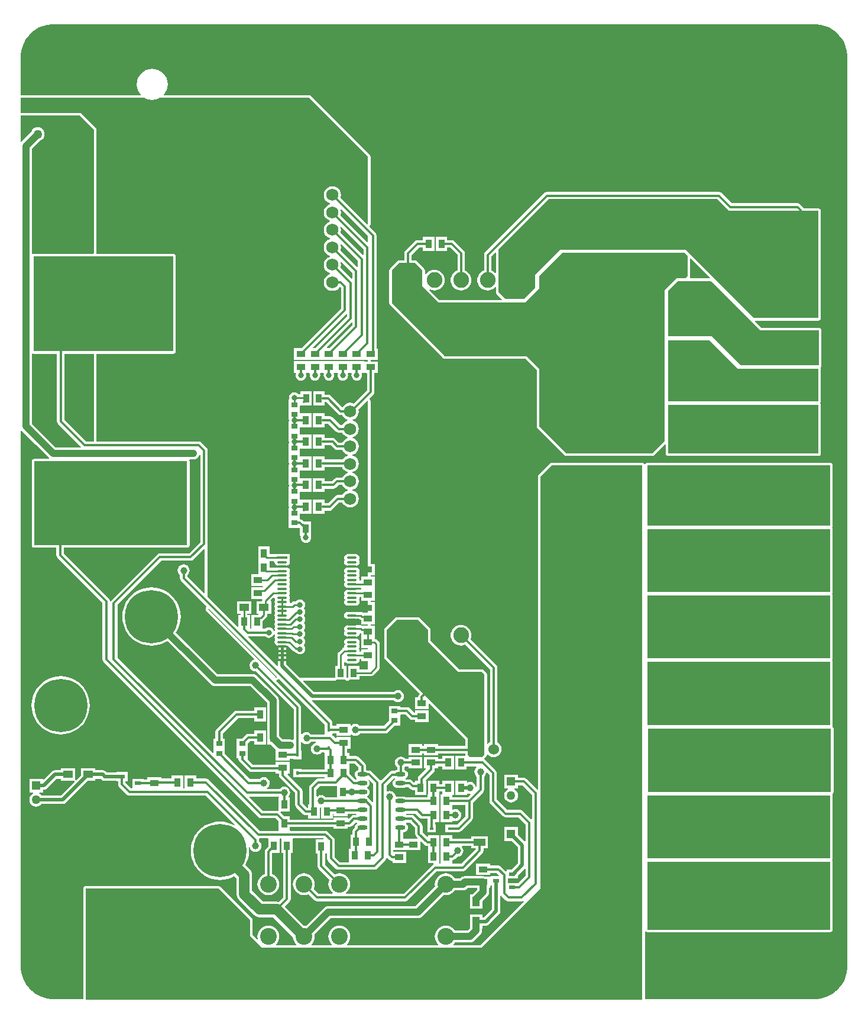
<source format=gbr>
%FSTAX23Y23*%
%MOIN*%
%SFA1B1*%

%IPPOS*%
%ADD10R,0.051181X0.037402*%
%ADD11R,0.043307X0.053150*%
%ADD12R,0.059055X0.011811*%
%ADD13O,0.059055X0.011811*%
%ADD14O,0.057087X0.023622*%
%ADD15R,0.037402X0.051181*%
%ADD16R,0.035433X0.023622*%
%ADD17R,0.035433X0.027559*%
%ADD18R,0.017716X0.021654*%
%ADD19R,0.053150X0.043307*%
%ADD20R,0.021654X0.017716*%
%ADD21R,0.098425X0.125000*%
%ADD22R,0.125000X0.098425*%
%ADD23R,0.066929X0.041339*%
%ADD24C,0.013780*%
%ADD25C,0.019685*%
%ADD26C,0.039370*%
%ADD27C,0.059055*%
%ADD28C,0.009842*%
%ADD29C,0.015748*%
%ADD30C,0.100000*%
%ADD31R,0.100000X0.100000*%
%ADD32C,0.050000*%
%ADD33R,0.050000X0.050000*%
%ADD34O,0.130000X0.100000*%
%ADD35R,0.129921X0.086614*%
%ADD36O,0.129921X0.086614*%
%ADD37C,0.094488*%
%ADD38C,0.088583*%
%ADD39C,0.137795*%
%ADD40C,0.098425*%
%ADD41O,0.157480X0.108268*%
%ADD42C,0.060000*%
%ADD43R,0.060000X0.060000*%
%ADD44O,0.118110X0.167323*%
%ADD45C,0.300000*%
%ADD46C,0.068898*%
%ADD47R,0.068898X0.068898*%
%ADD48C,0.275591*%
%ADD49C,0.039370*%
%ADD50C,0.031496*%
%LNpms_board_copper_signal_top-1*%
%LPD*%
G36*
X00421Y05677D02*
X00709D01*
X00718Y05672*
X00734Y05667*
X00751Y05665*
X00768Y05667*
X00785Y05672*
X00794Y05677*
X01637Y05677*
X01968Y05346*
Y04965*
X01963Y04963*
X01813Y05114*
X01814Y05117*
X01816Y05129*
X01814Y05142*
X01809Y05154*
X01802Y05164*
X01792Y05172*
X0178Y05176*
X01767Y05178*
X01755Y05176*
X01743Y05172*
X01733Y05164*
X01725Y05154*
X0172Y05142*
X01719Y05129*
X0172Y05117*
X01725Y05105*
X01733Y05095*
X01743Y05087*
X01754Y05083*
X01754Y0508*
X01754Y05078*
X01743Y05073*
X01733Y05065*
X01725Y05055*
X0172Y05044*
X01719Y05031*
X0172Y05018*
X01725Y05007*
X01733Y04997*
X01743Y04989*
X01754Y04984*
X01754Y04982*
X01754Y04979*
X01743Y04975*
X01733Y04967*
X01725Y04957*
X0172Y04945*
X01719Y04933*
X0172Y0492*
X01725Y04908*
X01733Y04898*
X01743Y0489*
X01754Y04886*
X01754Y04883*
X01754Y04881*
X01743Y04876*
X01733Y04869*
X01725Y04858*
X0172Y04847*
X01719Y04834*
X0172Y04822*
X01725Y0481*
X01733Y048*
X01743Y04792*
X01754Y04788*
X01754Y04785*
X01754Y04782*
X01743Y04778*
X01733Y0477*
X01725Y0476*
X0172Y04748*
X01719Y04736*
X0172Y04723*
X01725Y04711*
X01733Y04701*
X01743Y04694*
X01754Y04689*
X01754Y04687*
X01754Y04684*
X01743Y04679*
X01733Y04672*
X01725Y04662*
X0172Y0465*
X01719Y04637*
X0172Y04625*
X01725Y04613*
X01733Y04603*
X01743Y04595*
X01755Y0459*
X01767Y04589*
X0178Y0459*
X01792Y04595*
X01802Y04603*
X01807Y0461*
X01812Y0461*
X01817Y04605*
Y04491*
X01593Y04266*
X01551*
Y04201*
X01624*
X01629Y04201*
X01629*
Y04201*
X01703*
X01708Y04201*
X01708*
Y04201*
X01782*
X01787Y04201*
X01787*
Y04201*
X01861*
X01866Y04201*
X01866*
Y04201*
X01944*
Y042*
X01968*
Y04192*
X01949*
X01944Y04193*
X0194*
X01871*
X01866*
X01861*
X01792*
X01787*
X01782*
X01713*
X01708*
X01703*
X01634*
X01629*
X01624*
X01551*
Y04128*
X0156*
X01562Y04124*
X01561Y04121*
X0156Y04114*
X01561Y04106*
X01564Y04099*
X01569Y04093*
X01575Y04088*
X01582Y04085*
X0159Y04084*
X01598Y04085*
X01605Y04088*
X01611Y04093*
X01616Y04099*
X01619Y04106*
X0162Y04114*
X01619Y04121*
X01618Y04124*
X0162Y04128*
X01629*
X01638*
X01641Y04124*
X0164Y04121*
X01639Y04114*
X0164Y04106*
X01643Y04099*
X01648Y04093*
X01654Y04088*
X01661Y04085*
X01669Y04084*
X01677Y04085*
X01684Y04088*
X0169Y04093*
X01695Y04099*
X01698Y04106*
X01699Y04114*
X01698Y04121*
X01696Y04124*
X01699Y04128*
X01708*
X01717*
X0172Y04124*
X01719Y04121*
X01718Y04114*
X01719Y04106*
X01722Y04099*
X01726Y04093*
X01733Y04088*
X0174Y04085*
X01748Y04084*
X01755Y04085*
X01762Y04088*
X01769Y04093*
X01773Y04099*
X01776Y04106*
X01777Y04114*
X01776Y04121*
X01775Y04124*
X01778Y04128*
X01787*
X01796*
X01799Y04124*
X01798Y04121*
X01796Y04114*
X01798Y04106*
X018Y04099*
X01805Y04093*
X01811Y04088*
X01819Y04085*
X01826Y04084*
X01834Y04085*
X01841Y04088*
X01847Y04093*
X01852Y04099*
X01855Y04106*
X01856Y04114*
X01855Y04121*
X01854Y04124*
X01857Y04128*
X01866*
X01875*
X01877Y04124*
X01876Y04121*
X01875Y04114*
X01876Y04106*
X01879Y04099*
X01884Y04093*
X0189Y04088*
X01897Y04085*
X01905Y04084*
X01913Y04085*
X0192Y04088*
X01926Y04093*
X01931Y04099*
X01934Y04106*
X01935Y04114*
X01934Y04121*
X01933Y04124*
X01935Y04128*
X0194*
X01944Y04127*
X01959*
X01963Y04124*
Y0403*
X01887Y03955*
X0188Y03958*
X01868Y03959*
X01855Y03958*
X01843Y03953*
X01833Y03945*
X01826Y03936*
X01822Y03935*
X0182Y03935*
X01757Y03999*
X0175Y04003*
X01742Y04005*
X01724*
Y04023*
X01659*
Y03944*
X01724*
Y03963*
X01733*
X018Y03896*
X01807Y03891*
X01815Y03889*
X01824*
X01825Y03886*
X01833Y03876*
X01843Y03868*
X01854Y03864*
X01855Y03861*
X01854Y03859*
X01843Y03854*
X01833Y03846*
X01825Y03836*
X01824Y03833*
X01812*
X01768Y03877*
X01762Y03881*
X01753Y03883*
X01723*
Y03901*
X01658*
Y03822*
X01723*
Y03841*
X01745*
X01788Y03797*
X01795Y03793*
X01803Y03791*
X01824*
X01825Y03788*
X01833Y03778*
X01843Y0377*
X01854Y03765*
X01855Y03763*
X01854Y0376*
X01843Y03756*
X01833Y03748*
X01825Y03738*
X01824Y03735*
X01804*
X01784Y03755*
X01777Y03759*
X01769Y03761*
X01723*
Y03779*
X01658*
Y037*
X01723*
Y03719*
X0176*
X0178Y03699*
X01787Y03694*
X01795Y03693*
X01824*
X01825Y03689*
X01833Y03679*
X01843Y03672*
X01854Y03667*
X01855Y03664*
X01854Y03662*
X01843Y03657*
X01833Y0365*
X01825Y0364*
X01825Y03639*
X01723*
Y03657*
X01658*
Y03578*
X01723*
Y03597*
X01823*
X01825Y03591*
X01833Y03581*
X01843Y03573*
X01854Y03569*
X01855Y03566*
X01854Y03563*
X01843Y03559*
X01833Y03551*
X01825Y03541*
X01824Y03538*
X01794*
X01786Y03536*
X01779Y03532*
X01764Y03517*
X01723*
Y03535*
X01658*
Y03456*
X01723*
Y03474*
X01773*
X01781Y03476*
X01788Y03481*
X01803Y03496*
X01824*
X01825Y03493*
X01833Y03482*
X01843Y03475*
X01854Y0347*
X01855Y03468*
X01854Y03465*
X01843Y03461*
X01833Y03453*
X01825Y03443*
X01824Y03439*
X01798*
X0179Y03438*
X01783Y03433*
X01745Y03395*
X01723*
Y03413*
X01658*
Y03334*
X01723*
Y03352*
X01753*
X01762Y03354*
X01768Y03359*
X01807Y03397*
X01824*
X01825Y03394*
X01833Y03384*
X01843Y03376*
X01855Y03371*
X01868Y0337*
X0188Y03371*
X01892Y03376*
X01902Y03384*
X0191Y03394*
X01915Y03406*
X01916Y03418*
X01915Y03431*
X0191Y03443*
X01902Y03453*
X01892Y03461*
X01881Y03465*
X01881Y03468*
X01881Y0347*
X01892Y03475*
X01902Y03482*
X0191Y03493*
X01915Y03504*
X01916Y03517*
X01915Y03529*
X0191Y03541*
X01902Y03551*
X01892Y03559*
X01881Y03563*
X01881Y03566*
X01881Y03569*
X01892Y03573*
X01902Y03581*
X0191Y03591*
X01915Y03603*
X01916Y03615*
X01915Y03628*
X0191Y0364*
X01902Y0365*
X01892Y03657*
X01881Y03662*
X01881Y03664*
X01881Y03667*
X01892Y03672*
X01902Y03679*
X0191Y03689*
X01915Y03701*
X01916Y03714*
X01915Y03726*
X0191Y03738*
X01902Y03748*
X01892Y03756*
X01881Y0376*
X01881Y03763*
X01881Y03765*
X01892Y0377*
X01902Y03778*
X0191Y03788*
X01915Y038*
X01916Y03812*
X01915Y03825*
X0191Y03836*
X01902Y03846*
X01892Y03854*
X01881Y03859*
X01881Y03861*
X01881Y03864*
X01892Y03868*
X01902Y03876*
X0191Y03886*
X01915Y03898*
X01916Y03911*
X01915Y03922*
X01963Y03971*
X01968Y03969*
Y02979*
X01929*
Y0296*
X01925Y02956*
X01924Y02956*
X01921Y0296*
X01921Y02962*
X0192Y0297*
X01916Y02974*
X0192Y02979*
X01921Y02987*
X0192Y02995*
X01916Y02999*
X0192Y03004*
X01921Y03012*
X0192Y0302*
X01915Y03026*
X01909Y0303*
X01901Y03032*
X01854*
X01846Y0303*
X0184Y03026*
X01835Y0302*
X01834Y03012*
X01835Y03004*
X01839Y02999*
X01835Y02995*
X01834Y02987*
X01835Y02979*
X01839Y02974*
X01835Y0297*
X01834Y02962*
X01835Y02954*
X01839Y02949*
X01835Y02945*
X01834Y02937*
X01835Y02929*
X0184Y02923*
X01846Y02918*
X01854Y02917*
X01901*
X01906Y02918*
X01926*
X01929Y02914*
Y02911*
X01926Y02906*
X01906*
X01901Y02907*
X01854*
X01846Y02905*
X0184Y02901*
X01835Y02895*
X01834Y02887*
X01835Y02879*
X01839Y02874*
X01835Y0287*
X01834Y02862*
X01835Y02854*
X01839Y02849*
X01835Y02845*
X01834Y02837*
X01835Y02829*
X0184Y02823*
X01846Y02818*
X01854Y02817*
X01901*
X01909Y02818*
X01915Y02823*
X0192Y02829*
X01921Y02837*
X0192Y02845*
X01916Y02849*
X0192Y02854*
X01921Y02862*
X01921Y02864*
X01924Y02868*
X01925Y02868*
X01929Y02864*
Y02845*
X01968*
Y02776*
X01939*
X01933Y0278*
X01926Y02781*
X01906*
X01901Y02782*
X01854*
X01846Y0278*
X0184Y02776*
X01835Y0277*
X01834Y02762*
X01835Y02754*
X0184Y02748*
X01846Y02743*
X01854Y02742*
X01901*
X01906Y02743*
X01918*
X0192Y02741*
X01926Y02737*
X01929Y02736*
Y02711*
X01968*
Y02703*
X01935*
X01934Y02705*
X01926Y02706*
X01906*
X01901Y02707*
X01854*
X01846Y02705*
X0184Y02701*
X01835Y02695*
X01834Y02687*
X01835Y02679*
X01839Y02674*
X01835Y0267*
X01834Y02662*
X01835Y02654*
X0184Y02648*
X01846Y02643*
X01854Y02642*
X01901*
X01909Y02643*
X01915Y02648*
X0192Y02654*
X0192Y02658*
X01925Y0266*
X01929Y02659*
Y02638*
Y02577*
X01968*
Y02569*
X01929*
Y0256*
X01925Y02556*
X01924Y02556*
X01921Y0256*
X01921Y02562*
X0192Y0257*
X01916Y02574*
X0192Y02579*
X01921Y02587*
X0192Y02595*
X01916Y02599*
X0192Y02604*
X01921Y02612*
X0192Y0262*
X01915Y02626*
X01909Y0263*
X01901Y02632*
X01854*
X01846Y0263*
X0184Y02626*
X01835Y0262*
X01834Y02612*
X01835Y02604*
X01839Y02599*
X01835Y02595*
X01834Y02587*
X01835Y02581*
X01828Y0258*
X01822Y02575*
X01802Y02555*
X01798Y02549*
X01796Y02542*
Y02478*
X01783*
Y02409*
X01585*
X01508Y02486*
Y02512*
X01506Y02521*
X01506Y02521*
Y02562*
Y02587*
X01506Y02587*
X0151Y02592*
X01512Y02593*
X01515*
X01548Y0256*
X01554Y02556*
X01561Y02554*
X01563Y02551*
X01569Y02547*
X01576Y02544*
X01584Y02543*
X01592Y02544*
X01599Y02547*
X01605Y02551*
X0161Y02557*
X01613Y02565*
X01614Y02572*
X01613Y0258*
X0161Y02587*
X01606Y02593*
X0161Y02599*
X01613Y02606*
X01614Y02614*
X01613Y02621*
X0161Y02629*
X01605Y02635*
Y02636*
X0161Y02642*
X01613Y02649*
X01614Y02657*
X01613Y02665*
X0161Y02672*
X01606Y02678*
X0161Y02683*
X01613Y02691*
X01614Y02698*
X01613Y02706*
X0161Y02713*
X01606Y02719*
X0161Y02725*
X01613Y02732*
X01614Y0274*
X01613Y02747*
X0161Y02755*
X01606Y0276*
X0161Y02766*
X01613Y02773*
X01614Y02781*
X01613Y02789*
X0161Y02796*
X01606Y02802*
X0161Y02807*
X01613Y02815*
X01614Y02822*
X01613Y0283*
X0161Y02837*
X01605Y02843*
X01599Y02848*
X01592Y02851*
X01584Y02852*
X01576Y02851*
X01569Y02848*
X01563Y02843*
X01562Y02841*
X01553*
X01545Y0284*
X01539Y02836*
X01535Y02832*
X0153Y02832*
X01527Y02836*
X01527Y02837*
X01526Y02845*
X01523Y02849*
X01526Y02854*
X01527Y02862*
X01526Y0287*
X01523Y02874*
X01526Y02879*
X01527Y02887*
X01526Y02895*
X01523Y02899*
X01526Y02904*
X01527Y02912*
X01526Y0292*
X01523Y02924*
X01526Y02929*
X01527Y02937*
X01526Y02945*
X01523Y02949*
X01526Y02954*
X01527Y02962*
X01526Y0297*
X01523Y02974*
X01526Y02979*
X01527Y02987*
X01526Y02995*
X01523Y02999*
X01526Y03004*
X01527Y03012*
X01526Y0302*
X01522Y03026*
X01515Y0303*
X01507Y03032*
X0146*
X01455Y03031*
X01414*
Y03068*
X01436*
X0144Y03063*
X0144Y03062*
X01442Y03054*
X01446Y03048*
X01452Y03043*
X0146Y03042*
X01507*
X01515Y03043*
X01522Y03048*
X01526Y03054*
X01527Y03062*
X01527Y03067*
X01527Y03067*
Y03107*
X0144*
Y03106*
X01414*
Y03149*
X01349*
Y03075*
Y0307*
Y02993*
X01309*
Y02928*
X01375*
X01377Y02923*
X01375Y0292*
X01362*
X0136Y0292*
X01309*
Y02855*
X01369*
X01372Y0285*
X01371Y02845*
Y02842*
X01341*
Y02771*
X01349*
X01351Y02766*
X01351Y02765*
X0131*
Y02689*
X01306Y02687*
X01302Y02689*
Y02765*
X01288*
Y02771*
X0131*
Y02842*
X01229*
Y02771*
X0125*
Y02765*
X01237*
Y027*
X01232Y02698*
X01062Y02868*
Y03158*
X01064Y03165*
Y03692*
X01062Y037*
X01058Y03707*
X0103Y03735*
X01023Y03739*
X01015Y03741*
X00437*
Y04235*
X00871*
X00876Y04236*
X00881Y04239*
X00884Y04243*
X00885Y04249*
Y04784*
X00884Y0479*
X00881Y04794*
X00876Y04797*
X00871Y04798*
X00437*
Y05503*
X0035Y0559*
X0001*
Y05677*
X00421*
G37*
G36*
X01968Y04899D02*
Y04867D01*
X01963Y04865*
X01813Y05015*
X01814Y05018*
X01816Y05031*
X01814Y05044*
X01813Y05047*
X01817Y0505*
X01968Y04899*
G37*
G36*
X00422Y05498D02*
Y04799D01*
X00417Y04798*
X00084*
X00078Y04797*
X00078Y04797*
X00073Y04799*
Y05391*
X00116Y05434*
X00116Y05434*
X00125Y05438*
X00133Y05444*
X0014Y05452*
X00144Y05462*
X00145Y05472*
X00144Y05482*
X0014Y05491*
X00133Y055*
X00125Y05506*
X00116Y0551*
X00106Y05511*
X00096Y0551*
X00086Y05506*
X00078Y055*
X00072Y05491*
X00068Y05482*
X00068Y05482*
X00015Y05429*
X00014Y05428*
X0001Y0543*
Y05576*
X00344*
X00422Y05498*
G37*
G36*
X01943Y04825D02*
Y04793D01*
X01938Y04791*
X01813Y04917*
X01814Y0492*
X01816Y04933*
X01814Y04945*
X01813Y04949*
X01817Y04951*
X01943Y04825*
G37*
G36*
X01911Y04758D02*
Y04726D01*
X01907Y04724*
X01813Y04818*
X01814Y04822*
X01816Y04834*
X01814Y04847*
X01813Y0485*
X01817Y04853*
X01911Y04758*
G37*
G36*
X0188Y04692D02*
Y04659D01*
X01875Y04657*
X01813Y0472*
X01814Y04723*
X01816Y04736*
X01814Y04748*
X01813Y04752*
X01817Y04755*
X0188Y04692*
G37*
G36*
Y04409D02*
Y04396D01*
X0175Y04266*
X01738*
X01736Y04271*
X01875Y04411*
X0188Y04409*
G37*
G36*
X01849Y04456D02*
Y04443D01*
X01671Y04266*
X01659*
X01657Y04271*
X01844Y04458*
X01849Y04456*
G37*
G36*
X00871Y04784D02*
Y04249D01*
X00084*
Y04784*
X00871*
G37*
G36*
X00422Y04235D02*
Y03741D01*
X00378*
X00257Y03863*
Y04235*
X00422*
G37*
G36*
X00078Y04236D02*
X00084Y04235D01*
X00214*
Y03854*
X00216Y03846*
X00221Y03839*
X00349Y03711*
X00347Y03706*
X00206*
X00073Y0384*
Y04234*
X00078Y04236*
X00078Y04236*
G37*
G36*
X04574Y03267D02*
X03543D01*
Y03606*
X04574*
Y03267*
G37*
G36*
X00948Y03157D02*
X00086D01*
Y03629*
X00948*
Y03157*
G37*
G36*
X04574Y02893D02*
X03543D01*
Y03248*
X04574*
Y02893*
G37*
G36*
X01048Y03134D02*
Y02888D01*
X01044Y02887*
X0095Y02981*
Y02989*
X00953Y02991*
X00958Y02998*
X00961Y03007*
X00962Y03015*
X00961Y03024*
X00958Y03032*
X00953Y03039*
X00946Y03044*
X00937Y03048*
X00929Y03049*
X0092Y03048*
X00912Y03044*
X00905Y03039*
X00899Y03032*
X00896Y03024*
X00895Y03015*
X00896Y03007*
X00899Y02998*
X00905Y02991*
X00908Y02989*
Y02972*
X00909Y02964*
X00914Y02957*
X01056Y02814*
X01057Y02813*
X01057Y02809*
X01055Y02807*
X01054Y02806*
X01054Y02805*
X01053Y02805*
X01053Y02803*
X01053Y02803*
X01052Y02802*
X01052Y02801*
X01052Y028*
Y028*
X01052Y02799*
X01052Y02799*
X01052Y02798*
X01052Y02796*
Y02795*
X01052Y02794*
X01053Y02792*
X01053Y02791*
X01054Y0279*
X01055Y02789*
X01056Y02788*
X01326Y02517*
X01324Y02512*
X01317Y02509*
X0131Y02504*
X01305Y02497*
X01302Y02489*
X013Y0248*
X01302Y02471*
X01305Y02463*
X0131Y02456*
X01317Y02451*
X01325Y02447*
X01334Y02446*
X01338Y02447*
X0137Y02414*
X01549Y02235*
Y02063*
X01544Y0206*
X0154Y02062*
X01531Y02063*
X01487*
X01466Y02083*
Y02283*
X01465Y02292*
X01462Y023*
X01456Y02307*
X01342Y02421*
X01335Y02426*
X01327Y0243*
X01318Y02431*
X0112*
X00885Y02666*
X0089Y02673*
X00899Y02693*
X00906Y02713*
X0091Y02734*
X00912Y02755*
X0091Y02777*
X00906Y02798*
X00899Y02818*
X0089Y02837*
X00878Y02855*
X00864Y02871*
X00847Y02886*
X0083Y02898*
X0081Y02907*
X0079Y02914*
X00769Y02918*
X00748Y0292*
X00726Y02918*
X00705Y02914*
X00685Y02907*
X00665Y02898*
X00648Y02886*
X00631Y02871*
X00617Y02855*
X00605Y02837*
X00596Y02818*
X00589Y02798*
X00585Y02777*
X00583Y02755*
X00585Y02734*
X00589Y02713*
X00596Y02693*
X00605Y02673*
X00617Y02655*
X00631Y02639*
X00648Y02625*
X00665Y02613*
X00685Y02604*
X00705Y02597*
X00726Y02593*
X00748Y02591*
X00769Y02593*
X0079Y02597*
X0081Y02604*
X0083Y02613*
X00837Y02618*
X01082Y02373*
X01089Y02368*
X01097Y02365*
X01106Y02363*
X01304*
X01399Y02269*
Y02074*
Y02069*
X014Y02061*
X014Y0206*
Y02035*
X01419*
X01448Y02006*
Y01943*
X01527*
Y01955*
X01548*
Y01951*
X01593*
Y02*
X01591*
Y02046*
X01596Y02048*
X01598Y02046*
X01605Y02041*
X01613Y02038*
X01622Y02037*
X0163Y02038*
X01638Y02041*
X01645Y02046*
X01648Y02049*
X01674*
X01675Y02044*
X01672Y02044*
X01664Y02041*
X01657Y02035*
X01651Y02028*
X01648Y0202*
X01647Y02011*
X01648Y02003*
X01651Y01994*
X01657Y01987*
X01664Y01982*
X01672Y01979*
X01681Y01978*
X01689Y01979*
X01697Y01982*
X01704Y01987*
X01707Y0199*
X01721*
X01725Y01988*
Y01909*
Y01895*
X01593*
Y01898*
X01548*
Y01849*
X01593*
Y01852*
X01725*
Y01843*
X01688*
X0168Y01842*
X01674Y01837*
X01642Y01806*
X01638Y01799*
X01636Y01791*
Y01696*
X01631*
Y01678*
X01626*
X01599Y01705*
Y01771*
X01598Y01779*
X01593Y01786*
X01514Y01866*
X01516Y01871*
X01527*
Y01936*
X01448*
Y01922*
X01319*
X01289Y01952*
X01291Y01956*
Y02006*
Y02011*
Y02016*
Y02041*
X01304Y02053*
X01327*
Y02035*
X01392*
Y02114*
X01327*
Y02095*
X01295*
X01287Y02094*
X0128Y02089*
X01257Y02066*
X01228*
Y02016*
X01228Y02011*
X01228Y02006*
Y01956*
X01238*
Y01952*
X0124Y01944*
X01244Y01937*
X01296Y01886*
X01302Y01882*
X01311Y0188*
X01448*
Y01871*
X01467*
Y01862*
X01468Y01854*
X01473Y01847*
X01557Y01762*
Y01696*
X01559Y01688*
X01563Y01681*
X01603Y01642*
X0161Y01638*
X01618Y01636*
X01631*
Y01618*
X01696*
Y01678*
X017Y01682*
X01704Y01681*
Y01618*
X01769*
Y01644*
X01775*
Y01632*
X01854*
Y01644*
X01901*
X01903Y01639*
X01901Y01637*
X01888*
X0188Y01636*
X01873Y01631*
X01859Y01617*
X01854Y01619*
Y01625*
X01775*
Y01611*
X01528*
Y01629*
X01498*
X01475Y01652*
X01477Y01657*
X01528*
Y01736*
X01523*
X01522Y01736*
X0152Y01741*
X01525Y01746*
X01528Y01755*
X01529Y01763*
X01528Y01772*
X01525Y0178*
X01519Y01787*
X01512Y01793*
X01504Y01796*
X01496Y01797*
X01487Y01796*
X01479Y01793*
X01472Y01787*
X0147Y01784*
X014*
X01398Y01789*
X01399Y01789*
X01405Y01795*
X01411Y01802*
X01414Y0181*
X01415Y01818*
X01414Y01827*
X01411Y01835*
X01405Y01842*
X01398Y01848*
X0139Y01851*
X01381Y01852*
X01373Y01851*
X01365Y01848*
X01358Y01842*
X01355Y01839*
X01304*
X01161Y01982*
Y02011*
Y02016*
Y02066*
X0115*
Y02097*
X01237Y02183*
X01328*
Y02165*
X01393*
Y02244*
X01328*
Y02225*
X01228*
X0122Y02224*
X01213Y02219*
X01115Y02121*
X0111Y02114*
X01108Y02106*
Y02066*
X01098*
Y02016*
Y02011*
Y02006*
Y01989*
X01093Y01987*
X00556Y02524*
Y02821*
X00804Y03069*
X00968*
X00976Y03071*
X00983Y03075*
X01044Y03136*
X01048Y03134*
G37*
G36*
X01022Y03663D02*
Y03174D01*
X00959Y03111*
X00795*
X00787Y0311*
X0078Y03105*
X0052Y02845*
X00518Y02842*
X00515Y02842*
X00513Y02843*
X00511Y0285*
X00507Y02857*
X00253Y03111*
Y03143*
X00948*
X00954Y03144*
X00958Y03147*
X00961Y03152*
X00962Y03157*
Y03629*
X00961Y03634*
X00964Y03639*
X00984*
X00992Y0364*
X01001Y03643*
X01008Y03649*
X01009Y0365*
X01014Y03657*
X01017Y03664*
X01022Y03663*
G37*
G36*
X01437Y02862D02*
X0144Y02861D01*
X01442Y02854*
X01445Y02849*
X01442Y02845*
X0144Y02837*
X01442Y02829*
X01445Y02824*
X01442Y0282*
X0144Y02812*
X01442Y02804*
X01445Y02799*
X01442Y02795*
X0144Y02787*
X01442Y02779*
X01445Y02774*
X01442Y0277*
X0144Y02762*
X01442Y02754*
X01445Y02749*
X01442Y02745*
X0144Y02737*
X01442Y02729*
X01445Y02724*
X01442Y0272*
X0144Y02712*
X01442Y02704*
X01445Y02699*
X01442Y02695*
X0144Y02687*
X01442Y02679*
X01443Y02677*
X01442Y02675*
X01437Y02675*
X01435Y0268*
X0143Y02686*
X01424Y02691*
X01417Y02694*
X01409Y02695*
X01401Y02694*
X01394Y02691*
X01388Y02686*
X01379*
X01375Y02687*
Y02732*
X01376Y02733*
X01395Y02752*
X01399Y02758*
X014Y02765*
Y02771*
X01422*
Y02842*
X01421*
X01419Y02847*
X01435Y02863*
X01437Y02862*
G37*
G36*
X01442Y02654D02*
X01445Y02649D01*
X01442Y02645*
X0144Y02637*
X01442Y02629*
X01445Y02624*
X01442Y0262*
X0144Y02612*
X01442Y02604*
X01446Y02598*
X01452Y02593*
X01458Y02592*
X01462Y02587*
X01462Y02587*
Y02562*
Y02521*
X01462Y02521*
X0146Y02512*
Y02478*
X01455Y02476*
X01292Y02639*
X01294Y02644*
X01388*
X01394Y02639*
X01401Y02636*
X01409Y02635*
X01417Y02636*
X01424Y02639*
X0143Y02644*
X01435Y0265*
X01436Y02654*
X0144Y02654*
X01442Y02654*
G37*
G36*
X04574Y02519D02*
X03543D01*
Y02874*
X04574*
Y02519*
G37*
G36*
X01929Y02514D02*
Y02504D01*
X01968*
Y02458*
X01921*
Y02478*
X01856*
Y02409*
X01848*
Y02478*
X01835*
Y02496*
X0184Y02498*
X0184Y02498*
X01846Y02493*
X01854Y02492*
X01901*
X01909Y02493*
X01915Y02498*
X0192Y02504*
X01921Y02512*
X01921Y02514*
X01924Y02518*
X01925Y02518*
X01929Y02514*
G37*
G36*
X01453Y02418D02*
X01452Y02412D01*
X01451Y02412*
X01066Y02798*
X01066Y02798*
X01071Y028*
X01453Y02418*
G37*
G36*
X01467Y02403D02*
X01468Y02403D01*
X01724Y02147*
X01725Y02142*
Y02093*
X01721Y02091*
X01648*
X01645Y02094*
X01638Y021*
X0163Y02103*
X01622Y02104*
X01613Y02103*
X01605Y021*
X01598Y02094*
X01596Y02093*
X01591Y02094*
Y02244*
X0159Y02252*
X01585Y02258*
X01451Y02393*
X01452Y02398*
X01453Y02398*
X01453Y02398*
X01453Y02398*
X01454*
X01454Y02398*
X01456Y02399*
X01457Y02399*
X01457Y02399*
X01458Y024*
X01459Y024*
X01459Y024*
X01461Y02402*
X01462Y02403*
X01466Y02403*
X01467Y02403*
G37*
G36*
X04574Y02145D02*
X03543D01*
Y025*
X04574*
Y02145*
G37*
G36*
X02307Y02681D02*
X02307Y02614D01*
X02476Y02444*
X0261*
X02625Y02429*
Y02043*
Y01976*
X02614Y01964*
X02543*
X02531Y01976*
Y0207*
X02074Y02527*
Y02681*
X02129Y02736*
X02251*
X02307Y02681*
G37*
G36*
X01915Y01904D02*
Y01891D01*
X01912Y01891*
X01906Y01888*
X01901Y01884*
X01896Y01879*
X01894Y01873*
X01893Y01866*
X01894Y01859*
X01896Y01853*
X01901Y01848*
X01904Y01845*
X01904Y01839*
X01901Y01837*
X01896*
X01863Y01871*
Y01909*
Y01927*
X01892*
X01915Y01904*
G37*
G36*
X04578Y01767D02*
X03547D01*
Y02125*
X04578*
Y01767*
G37*
G36*
X00237Y0183D02*
X00313D01*
X00315Y01825*
X00238Y01748*
X00128*
X00126Y01752*
X00117Y01758*
X00115Y01759*
X00116Y01764*
X00137*
Y01779*
X00141*
X0015Y0178*
X00158Y01786*
X00214Y01842*
X00237*
Y0183*
G37*
G36*
X01794Y01799D02*
Y01737D01*
X0173*
X01728Y0174*
X01721Y01745*
X01713Y01749*
X01704Y0175*
X01695Y01749*
X01687Y01745*
X01683Y01742*
X01678Y01744*
Y01782*
X01697Y01801*
X01786*
X0179Y01802*
X01794Y01799*
G37*
G36*
X01998Y01814D02*
Y0171D01*
X01993Y01709*
X01976Y01726*
X01975Y01729*
X01971Y01734*
X01965Y01738*
Y01744*
X01971Y01748*
X01975Y01753*
X01977Y01759*
X01978Y01766*
X01977Y01773*
X01975Y01779*
X01971Y01784*
X01965Y01788*
Y01794*
X01971Y01798*
X01975Y01803*
X01977Y01809*
X01978Y01816*
X01977Y01823*
X01975Y01829*
X01971Y01834*
X01975Y01837*
X01998Y01814*
G37*
G36*
X01467Y01741D02*
X01464Y01736D01*
X01463*
Y01665*
X01459Y01662*
X01456Y01662*
X01374*
X01299Y01738*
X01301Y01742*
X01466*
X01467Y01741*
G37*
G36*
X02652Y01865D02*
Y01716D01*
X02653Y01708*
X02658Y01701*
X02729Y0163*
X02736Y01626*
X02744Y01624*
X02818*
X02856Y01585*
Y01491*
X02851Y01489*
X02814Y01526*
Y0157*
X02736*
Y01492*
X0278*
X02814Y01458*
Y01366*
X02778Y0133*
X0275*
Y01321*
X02745Y01319*
X02717Y01347*
X0271Y01352*
X02702Y01353*
X02657*
Y01365*
X02578*
Y013*
X02657*
Y01311*
X02694*
X02707Y01297*
X02705Y01293*
X02659*
X02657Y01292*
X02627*
X02626Y01292*
X02618Y01293*
X02515*
X02507Y01292*
X02498Y01289*
X02491Y01283*
X02489Y01281*
X02458*
X02458Y01282*
X0245Y01291*
X02441Y01299*
X0243Y01304*
X02419Y01308*
X02407Y01309*
X02395Y01308*
X02383Y01304*
X02373Y01299*
X02363Y01291*
X02356Y01282*
X0235Y01271*
X02346Y01259*
X02345Y01248*
X02346Y01236*
X02347Y01235*
X02235Y01124*
X01744*
X01736Y01123*
X01728Y0112*
X01721Y01114*
X01619Y01013*
X01619Y01013*
X01607Y01014*
X01499Y01122*
X01526Y01149*
X01531Y01156*
X01532Y01164*
Y01425*
X01544*
Y01503*
X01548Y01506*
X01716*
X01717Y01505*
X01715Y015*
X01673*
Y01421*
X01684*
Y01349*
X01686Y01341*
X0169Y01334*
X01751Y01273*
X0175Y01271*
X01746Y01259*
X01745Y01248*
X01746Y01236*
X0175Y01224*
X01756Y01213*
X01763Y01204*
X0177Y01199*
X01768Y01194*
X0169*
X01662Y01222*
X01663Y01224*
X01667Y01236*
X01668Y01248*
X01667Y01259*
X01663Y01271*
X01658Y01282*
X0165Y01291*
X01641Y01299*
X0163Y01304*
X01619Y01308*
X01607Y01309*
X01595Y01308*
X01583Y01304*
X01573Y01299*
X01563Y01291*
X01556Y01282*
X0155Y01271*
X01546Y01259*
X01545Y01248*
X01546Y01236*
X0155Y01224*
X01556Y01213*
X01563Y01204*
X01573Y01197*
X01583Y01191*
X01595Y01187*
X01607Y01186*
X01619Y01187*
X0163Y01191*
X01632Y01192*
X01666Y01158*
X01673Y01153*
X01681Y01152*
X02177*
X02186Y01153*
X02192Y01158*
X02355Y01321*
X02503*
X02512Y01323*
X02518Y01327*
X02613Y01422*
X02617Y01428*
X02619Y01437*
Y01449*
X02645*
Y01518*
X02551*
Y01505*
X02443*
Y01523*
X02378*
Y01449*
Y01444*
Y01366*
X02375Y01363*
X02371Y01366*
Y01439*
Y01444*
Y01523*
X02306*
Y01517*
X02301Y01515*
X02276Y0154*
Y01574*
X02275Y01582*
X0227Y01589*
X02229Y01631*
X02222Y01636*
X02214Y01637*
X02183*
X02182Y01641*
X02182Y01643*
X02184Y01645*
X02238*
X0226Y01622*
X02267Y01618*
X02275Y01616*
X02305*
Y01585*
X02302*
Y0154*
X02351*
Y01585*
X02347*
Y01598*
X02371*
Y01677*
X0237Y01677*
Y01751*
X02371*
Y0177*
X02388*
Y01755*
X02377*
Y01681*
Y01677*
X02378Y01672*
Y01598*
X02443*
Y01604*
X02448Y01606*
X02451Y01605*
X0246Y01604*
X02469Y01605*
X02477Y01608*
X02484Y01613*
X02489Y0162*
X02493Y01629*
X02494Y01637*
X02493Y01646*
X02489Y01654*
X02484Y01661*
X02477Y01667*
X02469Y0167*
X0246Y01671*
X02451Y0167*
X02448Y01668*
X02443Y01671*
Y01677*
X02442Y01681*
Y01695*
X02518*
Y0163*
X02471Y01584*
X02453*
Y01585*
X02404*
Y0154*
X02453*
Y01541*
X0248*
X02488Y01543*
X02495Y01548*
X02554Y01607*
X02558Y01613*
X0256Y01622*
Y01707*
X02617Y01764*
X02621Y01771*
X02623Y01779*
Y01855*
X02626Y01858*
X02631Y01865*
X02634Y01873*
X02635Y01875*
X0264Y01877*
X02652Y01865*
G37*
G36*
X01906Y01594D02*
Y01588D01*
X01901Y01584*
X01896Y01579*
X01894Y01573*
X01893Y01566*
X01886Y01559*
X01882Y01553*
X0188Y01545*
Y01527*
X01869*
Y01448*
X01864*
X01861*
Y01371*
X01811*
X0178Y01402*
Y01496*
X01779Y01504*
X01774Y0151*
X01743Y01542*
X01736Y01547*
X01728Y01548*
X01532*
X01528Y01551*
Y01569*
X01775*
Y0156*
X01854*
Y01571*
X01864*
X01872Y01573*
X01879Y01577*
X01896Y01595*
X01904*
X01906Y01594*
G37*
G36*
X00015Y03802D02*
X00169Y03649D01*
X00169Y03648*
X00167Y03643*
X00086*
X00081Y03642*
X00076Y03639*
X00073Y03635*
X00072Y03629*
Y03157*
X00073Y03152*
X00076Y03147*
X00081Y03144*
X00086Y03143*
X00211*
Y03102*
X00212Y03094*
X00217Y03087*
X00471Y02833*
Y02515*
X00472Y02507*
X00477Y025*
X01351Y01626*
X01358Y01622*
X01366Y0162*
X01447*
X01463Y01605*
Y01551*
X01459Y01548*
X01359*
X0107Y01837*
X01063Y01842*
X01055Y01843*
X00999*
Y01862*
X00934*
Y01788*
X00926*
Y01862*
X00861*
Y01843*
X00803*
Y01851*
X00724*
Y01838*
X00702*
Y01842*
X00639*
Y01791*
X00635Y01788*
X00634*
X00601Y01821*
Y01828*
X00612*
Y01879*
X00549*
Y01878*
X00494*
X00489Y01883*
X00481Y01888*
X00472Y0189*
X0043*
Y01901*
X00349*
Y01859*
X00322Y01833*
X00317Y01835*
Y01901*
X00237*
Y0189*
X00204*
X00195Y01888*
X00187Y01883*
X00141Y01837*
X00137Y01839*
Y01841*
X00059*
Y01764*
X0008*
X00081Y01759*
X00078Y01758*
X0007Y01752*
X00064Y01743*
X0006Y01734*
X00059Y01724*
X0006Y01714*
X00064Y01704*
X0007Y01696*
X00078Y0169*
X00088Y01686*
X00098Y01685*
X00108Y01686*
X00117Y0169*
X00126Y01696*
X00128Y017*
X00248*
X00257Y01702*
X00265Y01707*
X00388Y0183*
X0043*
Y01842*
X00462*
X00467Y01837*
X00475Y01832*
X00484Y0183*
X00549*
Y01828*
X00559*
Y01812*
X00561Y01804*
X00565Y01798*
X00611Y01752*
X00617Y01748*
X00625Y01746*
X01054*
X01216Y01584*
X01213Y0158*
X01196Y01588*
X01176Y01595*
X01155Y01599*
X01134Y01601*
X01112Y01599*
X01091Y01595*
X01071Y01588*
X01051Y01579*
X01034Y01567*
X01017Y01553*
X01003Y01536*
X00991Y01519*
X00982Y01499*
X00975Y01479*
X00971Y01458*
X00969Y01437*
X00971Y01415*
X00975Y01394*
X00982Y01374*
X00991Y01354*
X01003Y01337*
X01017Y0132*
X01034Y01306*
X01051Y01294*
X01071Y01285*
X01091Y01278*
X01112Y01274*
X01134Y01272*
X01155Y01274*
X01176Y01278*
X01196Y01285*
X01214Y01294*
X01227Y01281*
Y01192*
X01229Y01181*
X01233Y01171*
X0124Y01162*
X01327Y01075*
X01336Y01068*
X01346Y01064*
X01358Y01062*
X01435*
X01545Y00952*
X01546Y00941*
X0155Y00929*
X01556Y00918*
X01563Y00909*
X01565Y00908*
X01563Y00903*
X0145*
X01449Y00908*
X0145Y00909*
X01458Y00918*
X01463Y00929*
X01467Y00941*
X01468Y00953*
X01467Y00964*
X01463Y00976*
X01458Y00987*
X0145Y00996*
X01441Y01004*
X0143Y01009*
X01419Y01013*
X01407Y01014*
X01395Y01013*
X01383Y01009*
X01373Y01004*
X01363Y00996*
X01356Y00987*
X0135Y00976*
X01346Y00964*
X01345Y00953*
X01346Y00941*
X01347Y00939*
X01343Y00936*
X01317Y00962*
Y01047*
X01316Y01052*
X01313Y01057*
X01135Y01234*
X01131Y01237*
X01125Y01238*
X00377*
X00372Y01237*
X00368Y01234*
X00364Y01229*
X00363Y01224*
Y006*
X00184*
X0016Y00603*
X00136Y0061*
X00114Y00619*
X00092Y00631*
X00073Y00646*
X00056Y00664*
X00041Y00683*
X00029Y00704*
X00019Y00727*
X00013Y0075*
X0001Y00775*
Y00787*
Y03802*
X00014Y03803*
X00015Y03802*
G37*
G36*
X02234Y01566D02*
Y01531D01*
X02236Y01523*
X02241Y01516*
X02248Y01509*
X02246Y01504*
X0219*
X02185*
X02185*
X02166*
Y0154*
X02167*
X02174Y01541*
X0218Y01544*
X02185Y01548*
X02189Y01553*
X02192Y01559*
X02193Y01566*
X02192Y01573*
X02189Y01579*
X02185Y01584*
X02182Y01587*
X02182Y01593*
X02184Y01595*
X02205*
X02234Y01566*
G37*
G36*
X02288Y01469D02*
X02295Y01464D01*
X02303Y01463*
X02306*
Y01449*
Y01444*
Y01366*
X02336*
X02337Y01361*
X02332Y01357*
X02169Y01194*
X01845*
X01843Y01199*
X0185Y01204*
X01858Y01213*
X01863Y01224*
X01867Y01236*
X01868Y01248*
X01867Y01259*
X01863Y01271*
X01858Y01282*
X0185Y01291*
X01841Y01299*
X0183Y01304*
X01819Y01308*
X01807Y01309*
X01795Y01308*
X01783Y01304*
X01781Y01303*
X01726Y01358*
Y01421*
X01738*
X01738Y01416*
Y01393*
X0174Y01385*
X01744Y01378*
X01788Y01335*
X01795Y0133*
X01803Y01329*
X02003*
X02012Y0133*
X02018Y01335*
X02066Y01382*
X0207Y01389*
X02071Y01395*
X02072Y01395*
X02077Y01397*
X02089Y01384*
X02096Y0138*
X02104Y01378*
X02106*
Y01367*
X02185*
Y01432*
X02111*
Y01439*
X0218*
X02185Y01439*
X02185*
Y01439*
X02263*
Y01487*
X02268Y01489*
X02288Y01469*
G37*
G36*
X01406Y01503D02*
Y01501D01*
Y01461*
X01392Y01447*
X01387Y0144*
X01386Y01432*
Y01305*
X01383Y01304*
X01373Y01299*
X01363Y01291*
X01356Y01282*
X0135Y01271*
X01346Y01259*
X01345Y01248*
X01346Y01236*
X0135Y01224*
X01356Y01213*
X01363Y01204*
X01373Y01197*
X01383Y01191*
X01395Y01187*
X01407Y01186*
X01419Y01187*
X0143Y01191*
X01441Y01197*
X0145Y01204*
X01458Y01213*
X01463Y01224*
X01467Y01236*
X01468Y01248*
X01467Y01259*
X01463Y01271*
X01458Y01282*
X0145Y01291*
X01441Y01299*
X0143Y01304*
X01428Y01305*
Y01423*
X01429Y01425*
X01471*
Y01501*
Y01503*
X01475Y01506*
X01479Y01503*
Y01425*
X0149*
Y01173*
X01465Y01148*
X01465Y01148*
X01453Y01149*
X01376*
X01315Y01211*
Y01299*
X01313Y0131*
X01309Y01321*
X01302Y0133*
X01276Y01356*
X01285Y01374*
X01292Y01394*
X01296Y01415*
X01298Y01437*
X01296Y01456*
X01301Y01457*
X01302Y01455*
X01305Y01447*
X0131Y0144*
X01317Y01435*
X01325Y01431*
X01334Y0143*
X01343Y01431*
X01351Y01435*
X01358Y0144*
X01363Y01447*
X01367Y01455*
X01368Y01464*
X01367Y01473*
X01363Y01481*
X01358Y01488*
X01355Y0149*
Y01496*
X01354Y01501*
X01358Y01506*
X01402*
X01406Y01503*
G37*
G36*
X02551Y01449D02*
X02575D01*
X02576Y01444*
X02495Y01363*
X02447*
X02443Y01366*
Y01384*
X02444*
X02452Y01386*
X02459Y0139*
X02472Y01403*
X02472Y01403*
X02481Y01404*
X02489Y01407*
X02496Y01413*
X02501Y0142*
X02505Y01428*
X02506Y01437*
X02505Y01445*
X02501Y01453*
X02498Y01458*
X025Y01463*
X02551*
Y01449*
G37*
G36*
X04574Y01393D02*
X03543D01*
Y01748*
X04574*
Y01393*
G37*
G36*
X02856Y01333D02*
Y01296D01*
X02815Y01254*
X02812Y01255*
Y01255*
X02757*
Y01279*
X02812*
Y01296*
X02851Y01335*
X02856Y01333*
G37*
G36*
X02666Y01106D02*
X02622Y01062D01*
X02614*
Y01078*
X02543*
Y01*
X02529Y00986*
X02458*
X02458Y00987*
X0245Y00996*
X02441Y01004*
X0243Y01009*
X02419Y01013*
X02407Y01014*
X02395Y01013*
X02383Y01009*
X02373Y01004*
X02363Y00996*
X02356Y00987*
X0235Y00976*
X02346Y00964*
X02345Y00953*
X02346Y00941*
X0235Y00929*
X02356Y00918*
X02363Y00909*
X02365Y00908*
X02363Y00903*
X0185*
X01849Y00908*
X0185Y00909*
X01858Y00918*
X01863Y00929*
X01867Y00941*
X01868Y00953*
X01867Y00964*
X01863Y00976*
X01858Y00987*
X0185Y00996*
X01841Y01004*
X0183Y01009*
X01819Y01013*
X01807Y01014*
X01795Y01013*
X01783Y01009*
X01773Y01004*
X01763Y00996*
X01756Y00987*
X0175Y00976*
X01746Y00964*
X01745Y00953*
X01746Y00941*
X0175Y00929*
X01756Y00918*
X01763Y00909*
X01765Y00908*
X01763Y00903*
X0165*
X01649Y00908*
X0165Y00909*
X01658Y00918*
X01663Y00929*
X01667Y00941*
X01668Y00953*
X01667Y00964*
X01667Y00965*
X01758Y01057*
X02249*
X02258Y01058*
X02266Y01061*
X02273Y01066*
X02394Y01187*
X02395Y01187*
X02407Y01186*
X02419Y01187*
X0243Y01191*
X02441Y01197*
X0245Y01204*
X02458Y01213*
X02458Y01214*
X02503*
X02512Y01215*
X0252Y01218*
X02527Y01224*
X02529Y01226*
X02584*
Y01218*
X02556Y0119*
X02543*
Y0111*
X02614*
Y01153*
X02641Y0118*
X02647Y01187*
X0265Y01195*
X02651Y01204*
Y01227*
X02657*
Y01237*
X02659Y01242*
X02666*
Y01106*
G37*
G36*
X04574Y00992D02*
X03543D01*
Y01374*
X04574*
Y00992*
G37*
G36*
X0452Y06088D02*
X04544Y06082D01*
X04566Y06073*
X04588Y06061*
X04607Y06046*
X04624Y06028*
X04639Y06009*
X04652Y05988*
X04661Y05965*
X04667Y05942*
X0467Y05917*
Y05905*
X0467Y00787*
Y00787*
X0467Y00775*
X04667Y0075*
X04661Y00727*
X04652Y00704*
X04639Y00683*
X04624Y00664*
X04607Y00646*
X04588Y00631*
X04566Y00619*
X04544Y0061*
X0452Y00603*
X04496Y006*
X03529*
Y00979*
X0353Y00979*
X03534Y00981*
X03537Y00979*
X03543Y00978*
X04574*
X0458Y00979*
X04584Y00982*
X04587Y00986*
X04588Y00992*
Y01374*
X04587Y01379*
X04584Y01383*
X04587Y01388*
X04588Y01393*
Y01748*
X04587Y01753*
X04586Y01756*
X04588Y01757*
X04591Y01762*
X04592Y01767*
Y02125*
X04591Y02131*
X04588Y02135*
X04586Y02137*
X04587Y0214*
X04588Y02145*
Y025*
X04587Y02505*
X04584Y02509*
X04587Y02514*
X04588Y02519*
Y02874*
X04587Y02879*
X04584Y02883*
X04587Y02888*
X04588Y02893*
Y03248*
X04587Y03253*
X04584Y03257*
X04587Y03262*
X04588Y03267*
Y03606*
X04587Y03611*
X04584Y03616*
X0458Y03619*
X04574Y0362*
X03543*
X03537Y03619*
X03533Y03616*
X03532Y03614*
X03526*
X03525Y03616*
X03521Y03619*
X03515Y0362*
X03003*
X02998Y03619*
X02994Y03616*
X02931Y03553*
X02927Y03548*
X02926Y03543*
X02926Y01782*
X02922Y0178*
X02861Y01841*
X02854Y01846*
X02846Y01847*
X02814*
Y01865*
X02736*
Y01787*
X02757*
X02758Y01782*
X02756Y01781*
X02747Y01775*
X02741Y01767*
X02737Y01758*
X02736Y01748*
X02737Y01737*
X02741Y01728*
X02747Y0172*
X02756Y01714*
X02765Y0171*
X02775Y01708*
X02785Y0171*
X02795Y01714*
X02803Y0172*
X02809Y01728*
X02813Y01737*
X02814Y01748*
X02813Y01758*
X02809Y01767*
X02803Y01775*
X02795Y01781*
X02792Y01782*
X02793Y01787*
X02814*
Y01805*
X02837*
X02892Y01751*
Y01616*
X02887Y01614*
X02841Y0166*
X02834Y01665*
X02826Y01666*
X02752*
X02694Y01725*
Y01874*
X02692Y01882*
X02688Y01888*
X02629Y01947*
X02626Y01949*
X02625Y01951*
X02625Y01956*
X02635Y01966*
X02638Y01971*
X02639Y01976*
X02641Y01977*
X02644Y01978*
X02645Y01976*
X02655Y01969*
X02665Y01965*
X02677Y01963*
X02688Y01965*
X02699Y01969*
X02708Y01976*
X02715Y01985*
X02719Y01996*
X02721Y02007*
X02719Y02019*
X02715Y02029*
X02708Y02039*
X02699Y02046*
X02698Y02046*
Y02466*
X02696Y02474*
X02692Y02481*
X02546Y02627*
X02547Y02628*
X0255Y02639*
X02551Y0265*
X0255Y02662*
X02547Y02672*
X02541Y02683*
X02534Y02691*
X02525Y02699*
X02515Y02704*
X02504Y02707*
X02493Y02708*
X02481Y02707*
X0247Y02704*
X0246Y02699*
X02451Y02691*
X02444Y02683*
X02439Y02672*
X02435Y02662*
X02434Y0265*
X02435Y02639*
X02439Y02628*
X02444Y02618*
X02451Y02609*
X0246Y02602*
X0247Y02596*
X02481Y02593*
X02493Y02592*
X02504Y02593*
X02515Y02596*
X02516Y02597*
X02656Y02457*
Y02046*
X02655Y02046*
X02645Y02039*
X02644Y02037*
X0264Y02039*
Y02043*
X0264Y02429*
X02638Y02434*
X02635Y02439*
X02626Y02448*
Y02448*
X02626*
X0262Y02454*
X02615Y02457*
X0261Y02458*
X02482*
X02321Y02619*
Y02681*
X0232Y02686*
X02317Y02691*
X02261Y02746*
X02257Y02749*
X02251Y0275*
X02129*
X02124Y02749*
X02119Y02746*
X02064Y02691*
X02061Y02686*
X0206Y02681*
X0206Y02527*
X02061Y02522*
X02064Y02517*
X0226Y02321*
X02256Y02318*
X02252Y02311*
X0225Y02303*
Y023*
X02232*
Y02235*
X02311*
Y02264*
X02315Y02266*
X02517Y02065*
Y02026*
X02362*
Y02038*
X02283*
Y02026*
X02275*
Y02038*
X02196*
Y01973*
X02275*
Y01984*
X02283*
Y01973*
X02362*
Y01984*
X02517*
Y01977*
X02516Y01975*
X02513Y01972*
X0246*
Y01893*
X02525*
Y01911*
X02578*
X0258Y01906*
X02578Y01905*
X02573Y01898*
X02569Y0189*
X02568Y01881*
X02569Y01873*
X02573Y01865*
X02578Y01858*
X02581Y01855*
Y01797*
X02576Y01797*
X02575Y018*
X02572Y01808*
X02567Y01815*
X0256Y0182*
X02552Y01823*
X02543Y01825*
X02534Y01823*
X0253Y01822*
X02526Y01825*
Y0183*
X02461*
Y01751*
X02526*
Y01757*
X0253Y0176*
X02534Y01758*
X02543Y01757*
X02544Y01757*
X02546Y01753*
X0253Y01737*
X02442*
Y01751*
X02453*
Y0183*
X02388*
Y01812*
X02371*
Y0183*
X02306*
Y01755*
X02305*
Y01737*
X02181*
X0218Y01738*
X02174Y01741*
X02167Y01742*
X02133*
X02129Y01741*
X02123Y01744*
X02123Y01748*
X02119Y01757*
X02114Y01764*
X02107Y01769*
X02099Y01772*
X0209Y01773*
X02081Y01772*
X02077Y0177*
X02072Y01774*
Y01802*
X02113Y01843*
X0212*
X02121Y01839*
X0212Y01838*
X02115Y01834*
X02111Y01829*
X02108Y01823*
X02108Y01816*
X02108Y01809*
X02111Y01803*
X02115Y01798*
X0212Y01794*
X02127Y01791*
X02133Y0179*
X02167*
X02174Y01791*
X0218Y01794*
X02181Y01795*
X02194*
X02206Y01784*
X02212Y01779*
X02221Y01778*
X02233*
Y01751*
X02298*
Y0183*
X02296*
X02294Y01835*
X02337Y01878*
X02342Y01885*
X02343Y01893*
Y019*
X02362*
Y01911*
X02387*
Y01893*
X02452*
Y01972*
X02387*
Y01954*
X02362*
Y01965*
X02283*
Y019*
X02293*
X02295Y01895*
X02255Y01856*
X02251Y01849*
X02249Y01841*
Y0183*
X02233*
Y01823*
X02228Y01821*
X02218Y01831*
X02211Y01836*
X02203Y01837*
X02181*
X0218Y01838*
Y01844*
X02185Y01848*
X02189Y01853*
X02192Y01859*
X02193Y01866*
X02192Y01873*
X02189Y01879*
X02185Y01884*
X0218Y01888*
X02174Y01891*
Y01907*
X02177Y01909*
X02179Y01911*
X02196*
Y019*
X02275*
Y01965*
X02196*
Y01954*
X02179*
X02177Y01956*
X0217Y01962*
X02162Y01965*
X02153Y01966*
X02144Y01965*
X02136Y01962*
X02129Y01956*
X02124Y01949*
X0212Y01941*
X02119Y01933*
X0212Y01924*
X02124Y01916*
X02129Y01909*
X02132Y01907*
Y01892*
X02127Y01891*
X0212Y01888*
X02117Y01886*
X02105*
X02097Y01884*
X0209Y01879*
X02043Y01833*
X02037Y01833*
X02034Y01837*
X0199Y01881*
X01984Y01886*
X01975Y01887*
X01967*
X01965Y01888*
X01959Y01891*
X01958Y01891*
Y01913*
X01956Y01921*
X01951Y01928*
X01916Y01963*
X01909Y01968*
X01901Y01969*
X01863*
Y01988*
X01851*
Y02012*
X0187*
Y02077*
X01791*
Y02072*
X01786Y0207*
X0177Y02085*
X01766Y02088*
X01768Y02093*
X0177*
Y02097*
X01791*
Y02085*
X0187*
Y02091*
X01875Y02093*
X0188Y02088*
X01888Y02085*
X01897Y02084*
X01906Y02085*
X01914Y02088*
X01921Y02094*
X01923Y02097*
X02066*
X02074Y02098*
X02081Y02103*
X0212Y02141*
X02149*
Y02191*
Y02196*
Y02199*
X02153Y02203*
X0218*
X02203Y02179*
X0221Y02175*
X02218Y02173*
X02232*
Y02162*
X02311*
Y02227*
X02232*
Y02215*
X02227*
X02203Y02239*
X02197Y02243*
X02188Y02245*
X02149*
Y02251*
X02086*
Y02201*
Y02196*
Y02191*
Y02167*
X02058Y02139*
X01923*
X01921Y02141*
X01914Y02147*
X01906Y0215*
X01897Y02151*
X01888Y0215*
X0188Y02147*
X01875Y02142*
X0187Y02144*
Y0215*
X01791*
Y02139*
X0177*
Y02142*
X01768*
Y02154*
X01766Y02162*
X01762Y02169*
X01653Y02278*
X01655Y02283*
X02114*
X0212Y02277*
X02129Y02274*
X02137Y02273*
X02146Y02274*
X02154Y02277*
X02161Y02283*
X02167Y0229*
X0217Y02298*
X02171Y02307*
X0217Y02315*
X02167Y02323*
X02161Y0233*
X02154Y02336*
X02146Y02339*
X02137Y0234*
X02129Y02339*
X0212Y02336*
X02114Y02331*
X01663*
X01603Y0239*
X01605Y02395*
X01783*
X01788Y02396*
X01793Y02399*
X01793Y02399*
X01838*
X01838Y02399*
X01843Y02396*
X01848Y02395*
X01856*
X01861Y02396*
X01866Y02399*
X01866Y02399*
X01921*
Y02419*
X01984*
X01991Y02421*
X01997Y02425*
X02029Y02456*
X02033Y02463*
X02034Y0247*
Y026*
X02033Y02607*
X02029Y02613*
X02019Y02623*
X02013Y02627*
X02007Y02628*
Y02638*
Y02703*
X01982*
Y02711*
X02007*
Y02772*
Y02837*
X01982*
Y02845*
X02007*
Y0291*
Y02914*
Y02915*
Y02979*
X01982*
Y02987*
X02007*
Y03052*
X01982*
X01982Y03969*
X01981Y03974*
X01978Y03979*
X01977Y03985*
X01999Y04006*
X02003Y04013*
X02005Y04021*
Y04127*
X02023*
Y04192*
X01982*
Y042*
X02023*
Y04265*
X02017*
Y04901*
X02015Y04909*
X0201Y04916*
X01977Y04949*
X01978Y04955*
X01981Y0496*
X01982Y04965*
Y05346*
X01981Y05351*
X01978Y05356*
X01647Y05687*
X01643Y0569*
X01637Y05691*
X00819*
X00817Y05695*
X00824Y05704*
X00832Y05719*
X00837Y05735*
X00839Y05752*
X00837Y05769*
X00832Y05786*
X00824Y05801*
X00813Y05814*
X008Y05825*
X00785Y05833*
X00768Y05838*
X00751Y05839*
X00734Y05838*
X00718Y05833*
X00703Y05825*
X0069Y05814*
X00679Y05801*
X00671Y05786*
X00666Y05769*
X00664Y05752*
X00666Y05735*
X00671Y05719*
X00679Y05704*
X00686Y05695*
X00684Y05691*
X00421*
X0001Y05691*
Y05905*
Y05917*
X00013Y05942*
X00019Y05965*
X00029Y05988*
X00041Y06009*
X00056Y06028*
X00073Y06046*
X00092Y06061*
X00114Y06073*
X00136Y06082*
X0016Y06088*
X00184Y06092*
X04496*
X0452Y06088*
G37*
G36*
X02721Y01181D02*
X02744Y01158D01*
X02751Y01153*
X02759Y01152*
X02834*
X02842Y01153*
X02844Y01155*
X02847Y01151*
X026Y00903*
X0245*
X02449Y00908*
X0245Y00909*
X02458Y00918*
X02458Y00919*
X02543*
X02552Y0092*
X0256Y00923*
X02567Y00929*
X02601Y00962*
X02606Y00969*
X02609Y00978*
X02611Y00986*
Y00998*
X02614*
Y01014*
X02632*
X02642Y01016*
X02649Y01021*
X02707Y01079*
X02713Y01087*
X02715Y01096*
Y01182*
X0272Y01183*
X02721Y01181*
G37*
G36*
X03515Y03606D02*
X03515Y00598D01*
X00377*
Y01224*
X01125*
X01303Y01047*
Y00956*
X0137Y00889*
X02606*
X0294Y01224*
X0294Y03543*
X03003Y03606*
X03515*
G37*
%LNpms_board_copper_signal_top-2*%
%LPC*%
G36*
X01651Y04023D02*
X01586D01*
Y04007*
X01575*
X01574Y04009*
X01568Y04013*
X0156Y04016*
X01553Y04017*
X01545Y04016*
X01538Y04013*
X01532Y04009*
X01527Y04003*
X01524Y03995*
X01523Y03988*
X01524Y03981*
X01523Y0398*
X01521Y03976*
Y03926*
Y03921*
Y03916*
Y03866*
X01524Y03862*
X01524Y03861*
X01524Y03857*
X01521Y03854*
Y03804*
Y03799*
Y03794*
Y03744*
X01524Y0374*
X01524Y03739*
X01524Y03735*
X01521Y03732*
Y03682*
Y03677*
Y03672*
Y03622*
X01523Y03619*
X01523Y03616*
X01523Y03612*
X01521Y0361*
Y0356*
Y03555*
Y0355*
Y035*
X01524Y03496*
X01524Y03495*
X01524Y03491*
X01521Y03488*
Y03438*
Y03433*
Y03428*
Y03377*
X01523Y03375*
X01523Y03372*
X01523Y03368*
X01521Y03366*
Y03316*
Y03311*
Y03306*
Y03255*
X01582*
X01583Y03254*
Y03212*
X01586*
X01587Y03211*
X01589Y03207*
X01588Y032*
X01589Y03193*
X01592Y03185*
X01597Y03179*
X01603Y03174*
X0161Y03172*
X01618Y03171*
X01625Y03172*
X01633Y03174*
X01639Y03179*
X01643Y03185*
X01646Y03193*
X01647Y032*
X01646Y03207*
X01648Y03212*
Y03291*
X01606*
X01599Y03298*
X01592Y03302*
X01584Y03304*
Y03311*
Y03316*
Y0333*
X01585Y03334*
X01604*
X01606Y03334*
X01608Y03334*
X0165*
Y03413*
X01585*
X01584Y03417*
Y03433*
Y03438*
Y03452*
X01585Y03456*
X0165*
Y03535*
X01585*
X01584Y0354*
Y03555*
Y0356*
Y03574*
X01585Y03578*
X0165*
Y03657*
X01585*
X01584Y03662*
Y03677*
Y03682*
Y03696*
X01585Y037*
X0165*
Y03779*
X01585*
X01584Y03784*
Y03799*
Y03804*
Y03818*
X01585Y03822*
X0165*
Y03901*
X01585*
X01584Y03906*
Y03921*
Y03926*
Y0394*
X01586Y03944*
X01605*
X01607Y03944*
X01609Y03944*
X01651*
Y04023*
G37*
G36*
X01901Y03107D02*
X01854D01*
X01846Y03105*
X0184Y03101*
X01835Y03095*
X01834Y03087*
X01835Y03079*
X01839Y03074*
X01835Y0307*
X01834Y03062*
X01835Y03054*
X0184Y03048*
X01846Y03043*
X01854Y03042*
X01901*
X01909Y03043*
X01915Y03048*
X0192Y03054*
X01921Y03062*
X0192Y0307*
X01916Y03074*
X0192Y03079*
X01921Y03087*
X0192Y03095*
X01915Y03101*
X01909Y03105*
X01901Y03107*
G37*
G36*
X00236Y0242D02*
X00214Y02418D01*
X00193Y02414*
X00173Y02407*
X00153Y02398*
X00136Y02386*
X00119Y02371*
X00105Y02355*
X00093Y02337*
X00084Y02318*
X00077Y02298*
X00073Y02277*
X00071Y02255*
X00073Y02234*
X00077Y02213*
X00084Y02193*
X00093Y02173*
X00105Y02155*
X00119Y02139*
X00136Y02125*
X00153Y02113*
X00173Y02104*
X00193Y02097*
X00214Y02093*
X00236Y02091*
X00257Y02093*
X00278Y02097*
X00298Y02104*
X00318Y02113*
X00335Y02125*
X00352Y02139*
X00366Y02155*
X00378Y02173*
X00387Y02193*
X00394Y02213*
X00398Y02234*
X004Y02255*
X00398Y02277*
X00394Y02298*
X00387Y02318*
X00378Y02337*
X00366Y02355*
X00352Y02371*
X00335Y02386*
X00318Y02398*
X00298Y02407*
X00278Y02414*
X00257Y02418*
X00236Y0242*
G37*
G36*
X03948Y05147D02*
X02976D01*
X02968Y05145*
X02961Y0514*
X02628Y04807*
X02623Y048*
X02622Y04792*
Y04704*
X0262Y04704*
X0261Y04699*
X02601Y04691*
X02594Y04683*
X02589Y04672*
X02585Y04662*
X02584Y0465*
X02585Y04639*
X02589Y04628*
X02594Y04618*
X02601Y04609*
X0261Y04602*
X0262Y04596*
X02631Y04593*
X02643Y04592*
X02654Y04593*
X02665Y04596*
X02675Y04602*
X02684Y04609*
X02685Y04611*
X0269Y04609*
Y04582*
X02691Y04577*
X02694Y04572*
X02725Y04542*
X02723Y04537*
X02519*
X02515*
X02371*
X02315Y04593*
X02318Y04597*
X0232Y04596*
X02331Y04593*
X02343Y04592*
X02354Y04593*
X02365Y04596*
X02375Y04602*
X02384Y04609*
X02391Y04618*
X02397Y04628*
X024Y04639*
X02401Y0465*
X024Y04662*
X02397Y04672*
X02391Y04683*
X02384Y04691*
X02375Y04699*
X02365Y04704*
X02354Y04707*
X02343Y04708*
X02331Y04707*
X0232Y04704*
X0231Y04699*
X02301Y04691*
X02294Y04683*
X02294Y04682*
X02289Y04683*
Y04704*
X02288Y0471*
X02285Y04714*
X02242Y04757*
X02237Y04761*
X02232Y04762*
X02214*
Y0479*
X02256Y04833*
X02277*
Y04814*
X02342*
Y04893*
X02277*
Y04875*
X02248*
X02239Y04873*
X02233Y04869*
X02178Y04814*
X02173Y04807*
X02172Y04799*
Y04762*
X02145*
X0214Y04761*
X02135Y04757*
X02092Y04714*
X02089Y0471*
X02088Y04704*
X02088Y04519*
X02089Y04514*
X02092Y04509*
X02391Y0421*
X02396Y04207*
X02401Y04206*
X02856*
X02919Y04143*
Y03826*
X0292Y03821*
X02923Y03816*
X03076Y03663*
X03081Y0366*
X03086Y03659*
X0357*
X03576Y0366*
X0358Y03663*
X03642Y03725*
X03647Y03723*
Y03673*
X03648Y03667*
X03651Y03663*
X03656Y0366*
X03661Y03659*
X04507*
X04513Y0366*
X04517Y03663*
X0452Y03667*
X04521Y03673*
Y03948*
X0452Y03954*
X04517Y03958*
X0452Y03963*
X04521Y03968*
X04521Y04149*
X0452Y04154*
X04519Y04157*
X04521Y04159*
X04524Y04163*
X04525Y04169*
Y04366*
X04524Y04371*
X04521Y04376*
X04517Y04379*
X04511Y0438*
X04186*
X04149Y04417*
X04151Y04422*
X04507Y04422*
X04513Y04424*
X04517Y04427*
X0452Y04431*
X04521Y04437*
Y05039*
X0452Y05044*
X04517Y05049*
X04513Y05052*
X04507Y05053*
X04426*
X04426Y05053*
X04421Y0506*
X04404Y05077*
X04397Y05082*
X04389Y05084*
X0402*
X03963Y0514*
X03956Y05145*
X03948Y05147*
G37*
G36*
X02415Y04893D02*
X0235D01*
Y04814*
X02415*
Y04833*
X02432*
X02472Y04793*
Y04704*
X0247Y04704*
X0246Y04699*
X02451Y04691*
X02444Y04683*
X02439Y04672*
X02435Y04662*
X02434Y0465*
X02435Y04639*
X02439Y04628*
X02444Y04618*
X02451Y04609*
X0246Y04602*
X0247Y04596*
X02481Y04593*
X02493Y04592*
X02504Y04593*
X02515Y04596*
X02525Y04602*
X02534Y04609*
X02541Y04618*
X02547Y04628*
X0255Y04639*
X02551Y0465*
X0255Y04662*
X02547Y04672*
X02541Y04683*
X02534Y04691*
X02525Y04699*
X02515Y04704*
X02514Y04704*
Y04802*
X02512Y0481*
X02508Y04816*
X02455Y04869*
X02449Y04873*
X0244Y04875*
X02415*
Y04893*
G37*
%LNpms_board_copper_signal_top-3*%
%LPD*%
G36*
X03771Y04787D02*
X03771Y04673D01*
X03759Y04661*
X03708Y04661*
X03641Y04594*
Y03744*
X0357Y03673*
X03086*
X02933Y03826*
X02933Y04149*
X02862Y0422*
X02401*
X02102Y04519*
Y04704*
X02145Y04748*
X02232*
X02275Y04704*
Y04614*
X02366Y04523*
X02515*
X02519*
X02854*
X02933Y04602*
Y04673*
X03062Y04803*
X03708*
X03755Y04803*
X03771Y04787*
G37*
G36*
X0269Y04803D02*
Y04691D01*
X02685Y0469*
X02684Y04691*
X02675Y04699*
X02665Y04704*
X02664Y04704*
Y04784*
X02686Y04805*
X0269Y04803*
G37*
G36*
X0386Y04702D02*
X03898Y04664D01*
X03896Y04659*
X03784*
X03782Y04664*
X03784Y04667*
X03785Y04673*
Y0477*
X0379Y04772*
X0386Y04702*
G37*
G36*
X04003Y05039D02*
X04507D01*
Y04437*
X04145*
X0387Y04712*
X03759Y04822*
X0305Y04822*
X02909Y04681*
Y04606*
X02846Y04543*
X02744*
X02704Y04582*
Y04822*
X02988Y05106*
X03937*
X04003Y05039*
G37*
G36*
X04181Y04366D02*
X04511D01*
Y04169*
X0407*
X03905Y04334*
X03661*
Y0459*
X03716Y04645*
X03901*
X04181Y04366*
G37*
G36*
X03893Y04311D02*
X04055Y04149D01*
X04507*
Y03968*
X04003*
X03661*
Y04311*
X03893Y04311*
G37*
G36*
X04507Y03948D02*
Y03673D01*
X03661*
Y03948*
X03984*
X04507*
G37*
G54D10*
X02618Y01259D03*
Y01332D03*
X02322Y02005D03*
Y01933D03*
X01814Y01665D03*
Y01592D03*
X00763Y01891D03*
Y01818D03*
X0183Y02045D03*
Y02118D03*
X02224Y01399D03*
Y01472D03*
X02271Y02267D03*
Y02194D03*
X02236Y02005D03*
Y01933D03*
X02145Y01472D03*
Y01399D03*
X01488Y01903D03*
Y01976D03*
X01968Y02671D03*
Y02744D03*
Y02537D03*
Y0261D03*
X01984Y04233D03*
Y0416D03*
X01905Y04234D03*
Y04161D03*
X01826Y04234D03*
Y04161D03*
X01748Y04234D03*
Y04161D03*
X01669Y04234D03*
Y04161D03*
X0159Y04234D03*
Y04161D03*
X01968Y02805D03*
Y02877D03*
Y03019D03*
Y02946D03*
X01348Y02887D03*
Y0296D03*
G54D11*
X02578Y01038D03*
Y0115D03*
G54D12*
X01484Y03087D03*
G54D13*
X01484Y03062D03*
Y03037D03*
Y03012D03*
Y02987D03*
Y02962D03*
Y02937D03*
Y02912D03*
Y02887D03*
Y02862D03*
Y02837D03*
Y02812D03*
Y02787D03*
Y02762D03*
Y02737D03*
Y02712D03*
Y02687D03*
Y02662D03*
Y02637D03*
Y02612D03*
Y02587D03*
Y02562D03*
Y02537D03*
Y02512D03*
X01877Y03087D03*
Y03062D03*
Y03037D03*
Y03012D03*
Y02987D03*
Y02962D03*
Y02937D03*
Y02912D03*
Y02887D03*
Y02862D03*
Y02837D03*
Y02812D03*
Y02787D03*
Y02762D03*
Y02737D03*
Y02712D03*
Y02687D03*
Y02662D03*
Y02637D03*
Y02612D03*
Y02587D03*
Y02562D03*
Y02537D03*
Y02512D03*
G54D14*
X01936Y01866D03*
Y01816D03*
Y01766D03*
Y01716D03*
Y01666D03*
Y01616D03*
Y01566D03*
X0215Y01866D03*
Y01816D03*
Y01766D03*
Y01716D03*
Y01666D03*
Y01616D03*
Y01566D03*
G54D15*
X0242Y01933D03*
X02493D03*
X0231Y04854D03*
X02382D03*
X01966Y01409D03*
X01893D03*
X01901Y01488D03*
X01974D03*
X01664Y01657D03*
X01737D03*
X0183Y01874D03*
X01757D03*
X0183Y01948D03*
X01757D03*
X01433Y02074D03*
X0136D03*
X02411Y01405D03*
X02338D03*
Y01484D03*
X02411D03*
X00893Y01822D03*
X00966D03*
X01423Y0159D03*
X01496D03*
X01361Y02204D03*
X01434D03*
X0241Y01716D03*
X02337D03*
X02265Y01791D03*
X02338D03*
X02421D03*
X02494D03*
X01632Y0146D03*
X01705D03*
X01511Y01464D03*
X01438D03*
X02411Y01637D03*
X02338D03*
X01496Y01696D03*
X01423D03*
X01688Y03251D03*
X01616D03*
X01815Y02438D03*
X01888D03*
X0169Y03374D03*
X01618D03*
X0169Y03496D03*
X01618D03*
X0169Y03618D03*
X01618D03*
X01269Y02726D03*
X01342D03*
X0169Y0374D03*
X01618D03*
X0169Y03862D03*
X01618D03*
X01691Y03984D03*
X01619D03*
X01826Y01767D03*
X01753D03*
X01381Y03031D03*
X01309D03*
Y0311D03*
X01381D03*
G54D16*
X02781Y0123D03*
Y01305D03*
X0269Y01267D03*
X00671Y01816D03*
Y01891D03*
X0058Y01854D03*
G54D17*
X01259Y01984D03*
Y02039D03*
X01129Y01984D03*
Y02039D03*
X02118Y02169D03*
Y02224D03*
X01553Y03338D03*
Y03283D03*
Y0346D03*
Y03405D03*
Y03582D03*
Y03527D03*
Y03704D03*
Y03649D03*
Y03826D03*
Y03771D03*
Y03948D03*
Y03893D03*
G54D18*
X01748Y02015D03*
Y02118D03*
X0157Y01874D03*
Y01976D03*
G54D19*
X00277Y01866D03*
X00389D03*
X01381Y02807D03*
X01269D03*
G54D20*
X02326Y01562D03*
X02429D03*
G54D21*
X03708Y04953D03*
Y04723D03*
X03507Y04953D03*
Y04723D03*
X03307Y04953D03*
Y04723D03*
X03106Y04955D03*
Y04725D03*
G54D22*
X0278Y02173D03*
X0255D03*
X0278Y02385D03*
X0255D03*
G54D23*
X02598Y01484D03*
Y016D03*
G54D24*
X04389Y05062D02*
X04406Y05045D01*
X04011Y05062D02*
X04389D01*
X03948Y05125D02*
X04011Y05062D01*
X04406Y04935D02*
Y05045D01*
X02177Y01173D02*
X02347Y01342D01*
X01681Y01173D02*
X02177D01*
X01607Y01248D02*
X01681Y01173D01*
X02598Y01437D02*
Y01484D01*
X02503Y01342D02*
X02598Y01437D01*
X02347Y01342D02*
X02503D01*
X02614Y01933D02*
X02673Y01874D01*
Y01716D02*
Y01874D01*
Y01716D02*
X02744Y01645D01*
X02759Y01173D02*
X02834D01*
X02736Y01196D02*
X02759Y01173D01*
X02736Y01196D02*
Y01299D01*
X02846Y01826D02*
X02913Y01759D01*
Y01251D02*
Y01759D01*
X02834Y01173D02*
X02913Y01251D01*
X02826Y01645D02*
X02877Y01594D01*
Y01287D02*
Y01594D01*
X0282Y0123D02*
X02877Y01287D01*
X02744Y01645D02*
X02826D01*
X02775Y01826D02*
X02846D01*
X02702Y01332D02*
X02736Y01299D01*
X02618Y01332D02*
X02702D01*
X02781Y0123D02*
X0282D01*
X02493Y01933D02*
X02614D01*
X02539Y01716D02*
X02602Y01779D01*
Y01881*
X02322Y02005D02*
X02577D01*
X01814Y04637D02*
X01838Y04614D01*
X01767Y04637D02*
X01814D01*
X01838Y04482D02*
Y04614D01*
X0135Y01527D02*
X01728D01*
X01055Y01822D02*
X0135Y01527D01*
X00966Y01822D02*
X01055D01*
X01334Y01464D02*
Y01496D01*
X01062Y01767D02*
X01334Y01496D01*
X00625Y01767D02*
X01062D01*
X02539Y01622D02*
Y01716D01*
X0248Y01562D02*
X02539Y01622D01*
X02429Y01562D02*
X0248D01*
X02539Y01716D02*
D01*
X0241D02*
X02539D01*
X01704D02*
X01936D01*
X01657Y01675D02*
X01675Y01657D01*
X01657Y01675D02*
Y01791D01*
X01664Y01657D02*
X01675D01*
X01618D02*
X01664D01*
X01578Y01696D02*
X01618Y01657D01*
X01366Y01641D02*
X01456D01*
X00492Y02515D02*
X01366Y01641D01*
X00492Y02515D02*
Y02842D01*
X01287Y01763D02*
X01496D01*
X00535Y02515D02*
X01287Y01763D01*
X00535Y02515D02*
Y0283D01*
X01295Y01818D02*
X01381D01*
X01129Y01984D02*
X01295Y01818D01*
X02976Y05125D02*
X03948D01*
X02643Y04792D02*
X02976Y05125D01*
X02643Y0465D02*
Y04792D01*
X01705Y01349D02*
X01807Y01248D01*
X01705Y01349D02*
Y0146D01*
X01453Y01106D02*
X01511Y01164D01*
Y01464*
X01407Y01248D02*
Y01432D01*
X02444Y01405D02*
X02472Y01433D01*
Y01437*
X02411Y01405D02*
X02444D01*
X0209Y01413D02*
X02104Y01399D01*
X02145*
X0209Y01413D02*
Y0174D01*
X02051Y01811D02*
X02105Y01865D01*
X02051Y01397D02*
Y01811D01*
X02003Y0135D02*
X02051Y01397D01*
X01975Y01866D02*
X02019Y01822D01*
Y01429D02*
Y01822D01*
X02Y01409D02*
X02019Y01429D01*
X01966Y01409D02*
X02D01*
X01803Y0135D02*
X02003D01*
X02105Y01865D02*
X02149D01*
X01936Y01866D02*
X01975D01*
X01956Y01716D02*
X01984Y01688D01*
Y01498D02*
Y01688D01*
X01974Y01488D02*
X01984Y01498D01*
X01936Y01716D02*
X01956D01*
X01901Y01545D02*
X01923Y01566D01*
X01901Y01488D02*
Y01545D01*
X01923Y01566D02*
X01936D01*
X01759Y01393D02*
X01803Y0135D01*
X01759Y01393D02*
Y01496D01*
X01728Y01527D02*
X01759Y01496D01*
X02271Y02303D02*
X02303Y02334D01*
X01496Y0159D02*
Y01602D01*
X01456Y01641D02*
X01496Y01602D01*
X00935Y03009D02*
Y03021D01*
X00929Y03003D02*
X00935Y03009D01*
X00929Y02972D02*
Y03003D01*
X0157Y01976D02*
Y02244D01*
X01385Y02429D02*
X0157Y02244D01*
X01334Y0248D02*
X01385Y02429D01*
X01228Y02204D02*
X01361D01*
X01129Y02106D02*
X01228Y02204D01*
X01295Y02074D02*
X0136D01*
X01259Y02039D02*
X01295Y02074D01*
X02066Y02118D02*
X02107Y02158D01*
X01897Y02118D02*
X02066D01*
X02107Y02158D02*
Y02162D01*
X02114Y02169*
X02118*
X00232Y03102D02*
X00492Y02842D01*
X00535Y0283D02*
X00795Y0309D01*
X0058Y01812D02*
X00625Y01767D01*
X0058Y01812D02*
Y01854D01*
X00763Y01818D02*
X00767Y01822D01*
X00761Y01816D02*
X00763Y01818D01*
X00767Y01822D02*
X00893D01*
X00671Y01816D02*
X00761D01*
X01496Y01696D02*
Y01763D01*
X00232Y03102D02*
Y03393D01*
X00237Y03398*
X02153Y01933D02*
X02236D01*
X00795Y0309D02*
X00968D01*
X01043Y03165*
X01747Y02118D02*
Y02154D01*
X00929Y02972D02*
X01747Y02154D01*
X01311Y01901D02*
X01486D01*
X01259Y01952D02*
X01311Y01901D01*
X01259Y01952D02*
Y01984D01*
X01747Y02118D02*
X01748Y02118D01*
X01043Y03165D02*
Y03692D01*
X01015Y0372D02*
X01043Y03692D01*
X0037Y0372D02*
X01015D01*
X00236Y03854D02*
X0037Y0372D01*
X00236Y03854D02*
Y04535D01*
X00929Y03015D02*
X00935Y03009D01*
X02118Y02224D02*
X02188D01*
X02218Y02194*
X02271*
Y02267D02*
Y02303D01*
X01812Y0159D02*
X01814Y01592D01*
X01496Y0159D02*
X01812D01*
X01407Y01432D02*
X01438Y01464D01*
X01289Y02665D02*
X01409D01*
X01406Y01248D02*
X01407Y01248D01*
X02411Y01637D02*
X0246D01*
X01618Y032D02*
Y0325D01*
X01861Y03714D02*
X01868Y0372D01*
X01553Y0386D02*
Y03893D01*
Y03738D02*
Y03771D01*
Y03494D02*
Y03527D01*
X01864Y03816D02*
X01868Y0382D01*
X01584Y03283D02*
X01616Y03251D01*
X01553Y03283D02*
X01584D01*
X0186Y03812D02*
X01864Y03816D01*
X01872Y03909D02*
X01984Y04021D01*
X01798Y03418D02*
X01868D01*
X01794Y03517D02*
X01868D01*
X01714Y03618D02*
X01865D01*
X0186Y03712D02*
X01861Y03714D01*
X01868*
X01795D02*
X01861D01*
X0186Y03812D02*
X01868D01*
X01803D02*
X0186D01*
X01858Y03811D02*
X0186Y03812D01*
X01815Y03911D02*
X01868D01*
X01767Y05129D02*
X01996Y04901D01*
Y04245D02*
Y04901D01*
X01984Y04233D02*
X01996Y04245D01*
X01767Y05031D02*
X01964Y04834D01*
Y04293D02*
Y04834D01*
X01905Y04234D02*
X01964Y04293D01*
X01767Y04933D02*
X01933Y04767D01*
Y0434D02*
Y04767D01*
X01826Y04234D02*
X01933Y0434D01*
X01767Y04834D02*
X01901Y047D01*
Y04387D02*
Y047D01*
X01748Y04234D02*
X01901Y04387D01*
X01767Y04736D02*
X0187Y04633D01*
Y04435D02*
Y04633D01*
X01669Y04234D02*
X0187Y04435D01*
X0159Y04234D02*
X01838Y04482D01*
X01767Y05129D02*
Y05139D01*
X01984Y04021D02*
Y0416D01*
X01742Y03984D02*
X01815Y03911D01*
X01715Y03984D02*
X01742D01*
X01753Y03862D02*
X01803Y03812D01*
X01769Y0374D02*
X01795Y03714D01*
X01269Y02685D02*
X01289Y02665D01*
X01681Y02011D02*
X01744D01*
X01748Y02015*
X01129Y02039D02*
Y02106D01*
X01259Y02039D02*
D01*
X01622Y0207D02*
X01755D01*
X01781Y02045*
X0183*
X02322Y01933D02*
X0242D01*
X01486Y01901D02*
X01488Y01903D01*
X02392Y04847D02*
Y04854D01*
Y04847D02*
X02399Y04854D01*
X0244*
X02248D02*
X0231D01*
X02193Y04799D02*
X02248Y04854D01*
X02193Y0465D02*
Y04799D01*
X02493Y0465D02*
Y04802D01*
X0244Y04854D02*
X02493Y04802D01*
Y0265D02*
X02677Y02466D01*
Y02007D02*
Y02466D01*
X01905Y04114D02*
Y04161D01*
X0159Y04114D02*
Y04161D01*
X01669Y04114D02*
Y04161D01*
X01748Y04114D02*
Y04161D01*
X01826Y04114D02*
Y04161D01*
X01269Y02685D02*
Y02726D01*
X01554Y03861D02*
X01555Y03862D01*
X01553Y0386D02*
X01554Y03861D01*
Y03739D02*
X01555Y0374D01*
X01553Y03738D02*
X01554Y03739D01*
Y03495D02*
X01555Y03496D01*
X01553Y03494D02*
X01554Y03495D01*
X01604Y0327D02*
X01616Y03258D01*
X01753Y03374D02*
X01798Y03418D01*
X01714Y03374D02*
X01753D01*
X01773Y03496D02*
X01794Y03517D01*
X01714Y03496D02*
X01773D01*
X01865Y03618D02*
X01868Y03615D01*
X01714Y0374D02*
X01769D01*
X01714Y03862D02*
X01753D01*
X01619Y03977D02*
Y03984D01*
X01607Y03965D02*
X01619Y03977D01*
X01553Y03826D02*
Y0386D01*
X01555Y03862D02*
X01618D01*
X01553Y03704D02*
Y03738D01*
X01555Y0374D02*
X01618D01*
X01553Y03616D02*
Y03649D01*
Y03582D02*
Y03616D01*
X01555Y03618*
X01618*
X01553Y0346D02*
Y03494D01*
X01555Y03496D02*
X01618D01*
X01553Y03372D02*
Y03405D01*
Y03338D02*
Y03372D01*
X01555Y03374*
X01618*
Y03367D02*
Y03374D01*
X01606Y03355D02*
X01618Y03367D01*
X01553Y03338D02*
X01553Y03339D01*
X01578Y01696D02*
Y01771D01*
X01488Y01862D02*
X01578Y01771D01*
X01488Y01862D02*
Y01903D01*
X01688Y01822D02*
X01786D01*
X01657Y01791D02*
X01688Y01822D01*
X02334Y01716D02*
X02338Y01712D01*
X02337Y0179D02*
X02338Y01791D01*
X02337Y01716D02*
Y0179D01*
X02149Y01865D02*
X0215Y01866D01*
X02236Y02005D02*
X02322D01*
X02411Y01484D02*
X02598D01*
X02322Y01933D02*
X02324Y01931D01*
X02322Y01893D02*
Y01933D01*
X0227Y01841D02*
X02322Y01893D01*
X0227Y01796D02*
Y01841D01*
X02265Y01791D02*
X0227Y01796D01*
X02153Y01869D02*
Y01933D01*
X0215Y01866D02*
X02153Y01869D01*
X02257Y01799D02*
X02265Y01791D01*
X02221Y01799D02*
X02257D01*
X02203Y01816D02*
X02221Y01799D01*
X0215Y01816D02*
X02203D01*
X0183Y01948D02*
X01901D01*
X01937Y01913*
X01748Y02118D02*
X0183D01*
X01488Y01976D02*
X0157D01*
Y01874D02*
X01757D01*
X0183Y01948D02*
Y02045D01*
X01757Y01874D02*
Y01948D01*
X01748Y02013D02*
X01757Y02003D01*
X01748Y02013D02*
Y02015D01*
X01757Y01948D02*
Y02003D01*
X0222Y01934D02*
X0222Y01934D01*
X02338Y01791D02*
X02421D01*
X02337Y01716D02*
X02338Y01717D01*
X0215Y01716D02*
X02334D01*
X0215Y01666D02*
X02246D01*
X02275Y01637*
X02338*
X02326Y01625D02*
X02338Y01637D01*
X02326Y01562D02*
Y01625D01*
X02255Y01531D02*
X02303Y01484D01*
X02338*
X02255Y01531D02*
Y01574D01*
X02214Y01616D02*
X02255Y01574D01*
X0215Y01616D02*
X02214D01*
X02338Y01405D02*
Y01484D01*
X02145Y01472D02*
X02224D01*
X0215Y01566D02*
X0215D01*
X02145Y01561D02*
X0215Y01566D01*
X02145Y01472D02*
Y01561D01*
X01786Y01822D02*
X0183Y01867D01*
X0174Y01665D02*
X01814D01*
X01934D02*
X01936Y01666D01*
X01814Y01665D02*
X01934D01*
X01814Y01592D02*
X01864D01*
X01888Y01616*
X01936*
X01901Y01409D02*
Y01488D01*
X01936Y01566D02*
X01937Y01565D01*
Y01867D02*
Y01913D01*
X01888Y01816D02*
X01936D01*
X01846Y01858D02*
X01888Y01816D01*
X01839Y01858D02*
X01846D01*
G54D25*
X02838Y01356D02*
Y01468D01*
X02787Y01305D02*
X02838Y01356D01*
X02775Y01531D02*
X02838Y01468D01*
X02781Y01305D02*
X02787D01*
X02578Y01038D02*
X02632D01*
X0269Y01096*
X01653Y02307D02*
X02137D01*
X01484Y02476D02*
X01653Y02307D01*
X01484Y02476D02*
Y02512D01*
X00248Y01724D02*
X00389Y01866D01*
X00098Y01724D02*
X00248D01*
X00472Y01866D02*
X00484Y01854D01*
X0058*
X00389Y01866D02*
X00472D01*
X00141Y01803D02*
X00204Y01866D01*
X00277*
X00098Y01803D02*
X00141D01*
X0269Y01096D02*
Y01267D01*
X01877Y01767D02*
X01917D01*
X01826D02*
X01877D01*
X01918Y01766D02*
X01936D01*
X01917Y01767D02*
X01918Y01766D01*
X02494Y01791D02*
X02543D01*
X01936Y01866D02*
X01937Y01867D01*
X01924Y01866D02*
X01936D01*
X0183Y01867D02*
X01839Y01858D01*
X0183Y01867D02*
Y01874D01*
G54D26*
X02515Y01259D02*
X02618D01*
X02503Y01248D02*
X02515Y01259D01*
X02618Y01204D02*
Y01259D01*
X02578Y01165D02*
X02618Y01204D01*
X02578Y0115D02*
Y01165D01*
X02543Y00953D02*
X02577Y00986D01*
Y01036*
X02578Y01038*
X02407Y00953D02*
X02543D01*
X01433Y02074D02*
Y02283D01*
X01318Y02397D02*
X01433Y02283D01*
X01106Y02397D02*
X01318D01*
X01473Y02029D02*
X01531D01*
X01433Y02069D02*
X01473Y02029D01*
X01433Y02069D02*
Y02074D01*
X00748Y02755D02*
X01106Y02397D01*
X00192Y03673D02*
X00984D01*
X00985Y03674*
X00039Y03826D02*
X00192Y03673D01*
X00039Y05405D02*
Y03826D01*
X00748Y02653D02*
X00759Y02665D01*
X00039Y05405D02*
X00106Y05472D01*
X01607Y00953D02*
X01744Y0109D01*
X02407Y01248D02*
X02503D01*
X02249Y0109D02*
X02407Y01248D01*
X01744Y0109D02*
X02249D01*
G54D27*
X01453Y01106D02*
X01607Y00953D01*
X01358Y01106D02*
X01453D01*
X01271Y01192D02*
X01358Y01106D01*
X01134Y01437D02*
X01271Y01299D01*
Y01192D02*
Y01299D01*
G54D28*
X01608Y03988D02*
X01619Y03977D01*
X01553Y02822D02*
X01584D01*
X01616Y03251D02*
X01618Y0325D01*
X01815Y02542D02*
X01836Y02562D01*
X01815Y02438D02*
Y02542D01*
X01836Y02562D02*
X01877D01*
X01888Y02438D02*
X01984D01*
X02015Y0247*
Y026*
X02005Y0261D02*
X02015Y026D01*
X01968Y0261D02*
X02005D01*
X01877Y02537D02*
X01968D01*
Y0261D02*
Y02671D01*
X01926Y02687D02*
X01933Y0268D01*
X01959*
X01968Y02671*
X01877Y02687D02*
X01926D01*
X01877Y02762D02*
X01926D01*
X01933Y02755*
X01957*
X01968Y02744*
X01959Y02887D02*
X01968Y02877D01*
X01877Y02887D02*
X01959D01*
Y02937D02*
X01968Y02946D01*
X01877Y02937D02*
X01959D01*
X01553Y03988D02*
X01608D01*
X01553Y03948D02*
Y03988D01*
X01523Y02612D02*
X01562Y02573D01*
X01583*
X01584Y02572*
X01484Y02612D02*
X01523D01*
X01537Y02637D02*
X01561Y02614D01*
X01584*
X01484Y02637D02*
X01537D01*
X01545Y02657D02*
X01584D01*
X0154Y02662D02*
X01545Y02657D01*
X01484Y02662D02*
X0154D01*
X01537Y02687D02*
X01549Y02698D01*
X01584*
X01484Y02687D02*
X01537D01*
X01531Y02712D02*
X01559Y0274D01*
X01584*
X01484Y02712D02*
X01531D01*
X01522Y02737D02*
X01564Y02778D01*
X01581*
X01584Y02781*
X01484Y02737D02*
X01522D01*
X01484Y02812D02*
X01542D01*
X01553Y02822*
X01484Y02837D02*
Y02862D01*
Y02812D02*
Y02837D01*
Y02787D02*
Y02812D01*
Y02762D02*
Y02787D01*
X01397Y03087D02*
X01484D01*
X01381Y03103D02*
X01397Y03087D01*
X01381Y03103D02*
Y0311D01*
Y03026D02*
Y03031D01*
Y03026D02*
X01395Y03012D01*
X01484*
X01444Y02962D02*
X01484D01*
X01383Y02901D02*
X01444Y02962D01*
X01362Y02901D02*
X01383D01*
X01348Y02887D02*
X01362Y02901D01*
X01348Y0296D02*
X01401D01*
X01428Y02987*
X01484*
X01269Y02807D02*
Y02807D01*
Y02726D02*
Y02807D01*
X01363Y02747D02*
X01381Y02765D01*
X01356Y02747D02*
X01363D01*
X01342Y02733D02*
X01356Y02747D01*
X01342Y02726D02*
Y02733D01*
X01381Y02765D02*
Y02807D01*
X01432Y02887D02*
X01484D01*
X0139Y02845D02*
X01432Y02887D01*
X0139Y02816D02*
Y02845D01*
X01381Y02807D02*
X0139Y02816D01*
G54D29*
X01484Y02562D02*
Y02587D01*
Y02537D02*
Y02562D01*
Y02512D02*
Y02537D01*
G54D30*
X04406Y04735D03*
Y04935D03*
X04409Y04058D03*
Y04258D03*
G54D31*
X04406Y04535D03*
X04409Y03858D03*
G54D32*
X02775Y01748D03*
X02775Y01452D03*
X00106Y05472D03*
Y05551D03*
X00098Y01724D03*
G54D33*
X02775Y01826D03*
Y01531D03*
X00106Y05629D03*
X00098Y01803D03*
G54D34*
X03232Y04428D03*
Y04562D03*
X03762Y04428D03*
Y04562D03*
X03232Y04084D03*
Y04218D03*
X03762Y04084D03*
Y04218D03*
X03232Y03738D03*
Y03872D03*
X03762Y03738D03*
Y03872D03*
X0374Y0124D03*
Y01106D03*
X0321Y0124D03*
Y01106D03*
X0374Y01621D03*
Y01487D03*
X0321Y01621D03*
Y01487D03*
X0374Y02383D03*
Y02249D03*
X0321Y02383D03*
Y02249D03*
X0374Y02765D03*
Y02631D03*
X0321Y02765D03*
Y02631D03*
X0374Y03146D03*
Y03012D03*
X0321Y03146D03*
Y03012D03*
Y03393D03*
Y03527D03*
X0374Y03393D03*
Y03527D03*
X0321Y01868D03*
Y02002D03*
X0374Y01868D03*
Y02002D03*
G54D35*
X04263Y03475D03*
G54D36*
X04263Y031D03*
Y02725D03*
Y0235D03*
Y01224D03*
Y01599D03*
Y01974D03*
G54D37*
X01407Y01248D03*
X01807D03*
X01607D03*
X01407Y00953D03*
X01807D03*
X01607D03*
X02407Y01248D03*
Y00953D03*
G54D38*
X02343Y0465D03*
X02643D03*
X02493D03*
Y0265D03*
G54D39*
X02193Y0465D03*
X02793D03*
G54D40*
X02793Y0265D03*
X02193D03*
G54D41*
X01566Y05952D03*
Y05552D03*
G54D42*
X02777Y02007D03*
X02677D03*
G54D43*
X02577Y02007D03*
G54D44*
X04519Y05275D03*
X04322D03*
X04125D03*
Y05551D03*
X04322D03*
X04519D03*
X04232Y05716D03*
X04035D03*
X03838D03*
Y05992D03*
X04035D03*
X04232D03*
X04Y05275D03*
X03803D03*
X03606D03*
Y05551D03*
X03803D03*
X04D03*
X03712Y05716D03*
X03515D03*
X03318D03*
Y05992D03*
X03515D03*
X03712D03*
X0348Y05275D03*
X03283D03*
X03086D03*
Y05551D03*
X03283D03*
X0348D03*
X03192Y05716D03*
X02996D03*
X02799D03*
Y05992D03*
X02996D03*
X03192D03*
X0296Y05275D03*
X02763D03*
X02566D03*
Y05551D03*
X02763D03*
X0296D03*
X02673Y05716D03*
X02476D03*
X02279D03*
Y05992D03*
X02476D03*
X02673D03*
X0244Y05275D03*
X02244D03*
X02047D03*
Y05551D03*
X02244D03*
X0244D03*
X02153Y05716D03*
X01956D03*
X01759D03*
Y05992D03*
X01956D03*
X02153D03*
G54D45*
X00749Y03898D03*
X00237Y03398D03*
X00748Y05035D03*
X00236Y04535D03*
X01134Y01437D03*
X00622Y00937D03*
X00748Y02755D03*
X00236Y02255D03*
G54D46*
X01767Y04736D03*
Y04637D03*
Y04834D03*
Y04933D03*
Y05031D03*
Y05129D03*
X01868Y03517D03*
Y03418D03*
Y03615D03*
Y03714D03*
Y03812D03*
Y03911D03*
G54D47*
X01767Y04539D03*
X01868Y0332D03*
G54D48*
X04484Y05905D03*
Y00787D03*
X00196D03*
Y05905D03*
G54D49*
X02602Y01881D03*
X01334Y01464D03*
X00161Y01562D03*
X02472Y01437D03*
X01334Y0248D03*
X01897Y02118D03*
X01531Y02029D03*
X01496Y01763D03*
X01704Y01716D03*
X01381Y01818D03*
X02137Y02307D03*
X00985Y03674D03*
X00842Y04539D03*
X00763D03*
X00685D03*
X00842Y04381D03*
X00763D03*
X00685D03*
Y04618D03*
X00842D03*
X00527Y04539D03*
X00606D03*
Y04381D03*
X00527Y04303D03*
Y04618D03*
X00763Y0446D03*
X00842Y04303D03*
X00763D03*
X00606Y04618D03*
Y0446D03*
X00527Y04381D03*
X00606Y04303D03*
X00685D03*
X00842Y0446D03*
X00527D03*
X00763Y04618D03*
X00685Y0446D03*
X00889Y03295D03*
X00732Y03216D03*
Y03295D03*
X00574Y03216D03*
Y03295D03*
X00653D03*
Y03216D03*
X00889D03*
X00811D03*
Y03295D03*
X00929Y03015D03*
X02866Y02145D03*
Y02413D03*
Y02358D03*
X02078Y01952D03*
X01377Y0159D03*
X02866Y022D03*
X01681Y02011D03*
X00889Y03531D03*
Y03452D03*
Y03374D03*
X00574D03*
X00653D03*
X00732D03*
X00811D03*
X00732Y03452D03*
X00811D03*
X00732Y03531D03*
X00811D03*
X00574Y03452D03*
X00653D03*
Y03531D03*
X00574D03*
X01622Y0207D03*
X03429Y05062D03*
X03507D03*
X03665D03*
X03586D03*
X03271D03*
X0335D03*
X03192D03*
X03114D03*
X01377Y01696D03*
X02543Y01791D03*
X01586Y0146D03*
X02598Y01649D03*
X02153Y01933D03*
X0209Y0174D03*
X02279Y0137D03*
X0246Y01637D03*
X02208Y01759D03*
X01704Y01767D03*
X01877D03*
G54D50*
X01409Y02665D03*
X01618Y032D03*
X01584Y02822D03*
X01905Y04114D03*
X01826D03*
X01748D03*
X01669D03*
X0159D03*
X01553Y03372D03*
X01554Y03495D03*
X01553Y03616D03*
X01554Y03739D03*
Y03861D03*
X01553Y03988D03*
X01584Y0274D03*
Y02781D03*
Y02698D03*
Y02657D03*
Y02614D03*
Y02572D03*
M02*
</source>
